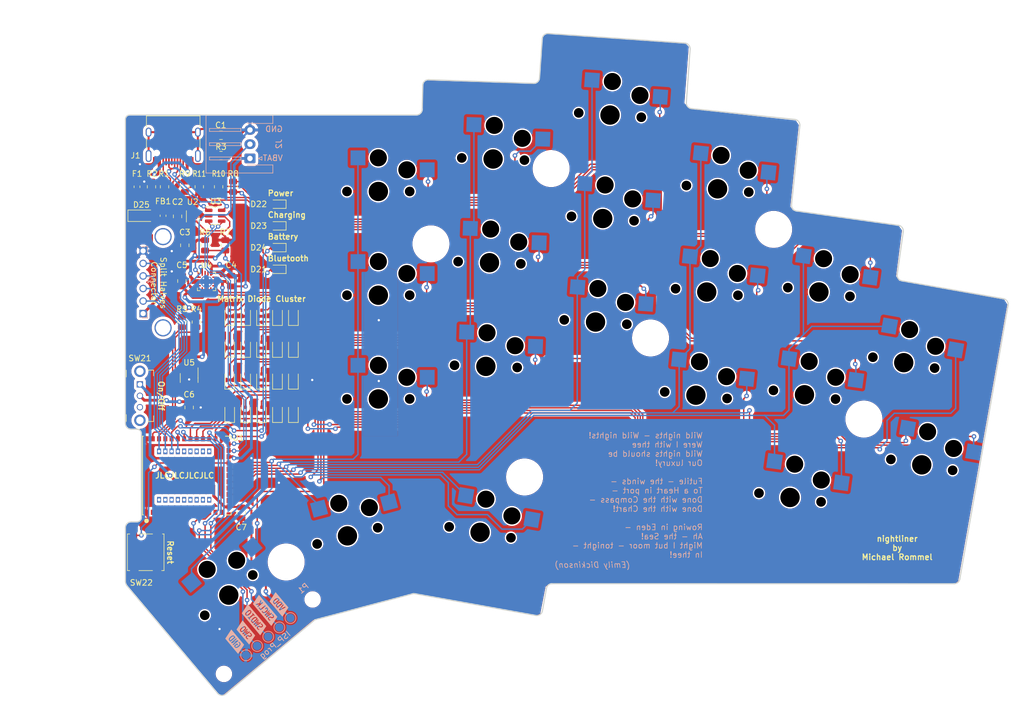
<source format=kicad_pcb>
(kicad_pcb (version 20221018) (generator pcbnew)
  (layers (0 "F.Cu" signal) (31 "B.Cu" signal) (34 "B.Paste" user) (35 "F.Paste" user) (36 "B.SilkS" user "B.Silkscreen") (37 "F.SilkS" user "F.Silkscreen") (38 "B.Mask" user) (39 "F.Mask" user) (44 "Edge.Cuts" user))
  (net 0 "")
  (net 1 "GNDS")
  (net 2 "GND")
  (net 3 "VBUS")
  (net 4 "/VBAT")
  (net 5 "VIN")
  (net 6 "Net-(SW21-B)")
  (net 7 "VDD")
  (net 8 "Net-(D1-A)")
  (net 9 "ROW0")
  (net 10 "Net-(D2-A)")
  (net 11 "Net-(D3-A)")
  (net 12 "Net-(D4-A)")
  (net 13 "Net-(D5-A)")
  (net 14 "Net-(D6-A)")
  (net 15 "ROW1")
  (net 16 "Net-(D7-A)")
  (net 17 "Net-(D8-A)")
  (net 18 "Net-(D9-A)")
  (net 19 "Net-(D10-A)")
  (net 20 "Net-(D11-A)")
  (net 21 "ROW2")
  (net 22 "Net-(D12-A)")
  (net 23 "ROW3")
  (net 24 "Net-(D13-A)")
  (net 25 "Net-(D14-A)")
  (net 26 "Net-(D15-A)")
  (net 27 "Net-(D16-A)")
  (net 28 "Net-(D17-A)")
  (net 29 "Net-(D18-A)")
  (net 30 "Net-(D19-A)")
  (net 31 "Net-(D20-A)")
  (net 32 "Net-(D21-K)")
  (net 33 "BT_LED")
  (net 34 "Net-(D22-K)")
  (net 35 "Net-(D22-A)")
  (net 36 "Net-(D23-K)")
  (net 37 "Net-(D23-A)")
  (net 38 "Net-(D24-K)")
  (net 39 "BAT_STAT")
  (net 40 "Net-(F1-Pad1)")
  (net 41 "Net-(F1-Pad2)")
  (net 42 "Net-(J1-CC1)")
  (net 43 "/DPlus")
  (net 44 "/DMinus")
  (net 46 "Net-(J1-CC2)")
  (net 48 "/BAT_TEMP")
  (net 49 "CHARGE_CTRL_1")
  (net 50 "Net-(U4-ISET)")
  (net 51 "CHARGE_CTRL_2")
  (net 52 "VSENSE")
  (net 53 "COL0")
  (net 54 "COL1")
  (net 55 "COL2")
  (net 56 "COL3")
  (net 57 "COL4")
  (net 58 "RESET")
  (net 59 "SWCLK")
  (net 60 "SWDIO")
  (net 61 "SWO")
  (net 67 "Net-(D25-A)")
  (net 68 "RX")
  (net 69 "TX")
  (net 70 "RTS")
  (net 76 "unconnected-(U1-P0.15-Pad28)")
  (net 84 "D+")
  (net 85 "D-")
  (net 98 "CTS")
  (footprint "Diode_SMD:D_SOD-323" (layer "F.Cu") (at 65.024 84.582 90)
    (fp_text reference "D11" hide)
    (fp_text value "D_Small")
  )
  (footprint "Resistor_SMD:R_0805_2012Metric" (layer "F.Cu") (at 49.53 60.96 -90)
    (fp_text reference "R6")
    (fp_text value "806k")
  )
  (footprint "Diode_SMD:D_SOD-323" (layer "F.Cu") (at 62.23 90.424 90)
    (fp_text reference "D17" hide)
    (fp_text value "D_Small")
  )
  (footprint "Resistor_SMD:R_0805_2012Metric" (layer "F.Cu") (at 54.44525 50.694 -90)
    (fp_text reference "R8")
    (fp_text value "1k")
  )
  (footprint "LED_SMD:LED_0603_1608Metric" (layer "F.Cu") (at 62.2555 61.362 180)
    (fp_text reference "D24")
    (fp_text value "BAT_STATUS")
  )
  (footprint "Connector_USB:USB_C_Receptacle_HRO_TYPE-C-31-M-12" (layer "F.Cu") (at 43.942 42.164 180)
    (fp_text reference "J1")
    (fp_text value "TYPE-C-31-M-12")
  )
  (footprint "miro_keyboard:Kailh_Choc_CPG135001D02_Hotswap" (layer "F.Cu") (at 154.677594 87.172522 -8)
    (fp_text reference "SW6" hide)
    (fp_text value "pinky_home")
  )
  (footprint "miro_keyboard:Kailh_Choc_CPG135001D02_Hotswap" (layer "F.Cu") (at 139.435935 51.051944 -6)
    (fp_text reference "SW2" hide)
    (fp_text value "ring_top")
  )
  (footprint "Diode_SMD:D_SOD-323" (layer "F.Cu") (at 53.848 84.582 90)
    (fp_text reference "D15" hide)
    (fp_text value "D_Small")
  )
  (footprint "Diode_SMD:D_SOD-323" (layer "F.Cu") (at 53.848 90.424 90)
    (fp_text reference "D20" hide)
    (fp_text value "D_Small")
  )
  (footprint "Diode_SMD:D_SOD-323" (layer "F.Cu") (at 65.024 90.424 90)
    (fp_text reference "D16" hide)
    (fp_text value "D_Small")
  )
  (footprint "Capacitor_SMD:C_0805_2012Metric" (layer "F.Cu") (at 54.102 67.2235 90)
    (fp_text reference "C4")
    (fp_text value "4.7uF")
  )
  (footprint "Capacitor_SMD:C_0805_2012Metric" (layer "F.Cu") (at 52.324 41.656 180)
    (fp_text reference "C1")
    (fp_text value "1nF")
  )
  (footprint "miro_keyboard:HOLYIOT-18010-UndersidePins-SMD" (layer "F.Cu") (at 44.958 101.346 90)
    (fp_text reference "U1")
    (fp_text value "holyiot-18010" hide)
  )
  (footprint "Diode_SMD:D_SOD-323" (layer "F.Cu") (at 53.848 73.406 90)
    (fp_text reference "D5" hide)
    (fp_text value "D_Small")
  )
  (footprint "miro_keyboard:Kailh_Choc_CPG135001D02_Hotswap" (layer "F.Cu") (at 120.564947 38.110669 -4)
    (fp_text reference "SW3" hide)
    (fp_text value "middle_top")
  )
  (footprint "Package_SON:WSON-6-1EP_2x2mm_P0.65mm_EP1x1.6mm" (layer "F.Cu") (at 47.356 55.88 -90)
    (fp_text reference "U2")
    (fp_text value "TVS2200DRV")
  )
  (footprint "miro_keyboard:SW_Push_1P1T_NO_CK_KSC4xxJ" (layer "F.Cu") (at 39.116 114.808 90)
    (fp_text reference "SW22")
    (fp_text value "RESET")
  )
  (footprint "miro_keyboard:Kailh_Choc_CPG135001D02_Hotswap" (layer "F.Cu") (at 172.091508 81.548688 -10)
    (fp_text reference "SW16" hide)
    (fp_text value "outer_top")
  )
  (footprint "Capacitor_SMD:C_0603_1608Metric" (layer "F.Cu") (at 42.164 55.774 -90)
    (fp_text reference "FB1")
    (fp_text value "Ferrite")
  )
  (footprint "Resistor_SMD:R_0805_2012Metric" (layer "F.Cu") (at 48.514 50.694 -90)
    (fp_text reference "R11")
    (fp_text value "1k")
  )
  (footprint "miro_keyboard:Kailh_Choc_CPG135001D02_Hotswap" (layer "F.Cu") (at 53.684964 122.326187 40)
    (fp_text reference "SW20" hide)
    (fp_text value "far_thumb")
  )
  (footprint "LED_SMD:LED_0603_1608Metric" (layer "F.Cu") (at 62.2555 65.172 180)
    (fp_text reference "D21")
    (fp_text value "BT_LED")
  )
  (footprint "Resistor_SMD:R_0805_2012Metric" (layer "F.Cu") (at 48.006 74.422 90)
    (fp_text reference "R4")
    (fp_text value "10k")
  )
  (footprint "miro_keyboard:Kailh_Choc_CPG135001D02_Hotswap" (layer "F.Cu") (at 79.92551 51.514119)
    (fp_text reference "SW5" hide)
    (fp_text value "inner_top")
  )
  (footprint "miro_keyboard:Kailh_Choc_CPG135001D02_Hotswap" (layer "F.Cu") (at 74.505477 111.926932 15)
    (fp_text reference "SW19" hide)
    (fp_text value "home_thumb")
  )
  (footprint "Resistor_SMD:R_0805_2012Metric" (layer "F.Cu") (at 51.90525 50.694 -90)
    (fp_text reference "R10")
    (fp_text value "1k")
  )
  (footprint "LED_SMD:LED_0603_1608Metric" (layer "F.Cu") (at 62.2555 57.552 180)
    (fp_text reference "D23")
    (fp_text value "CHARGE_LED")
  )
  (footprint "miro_keyboard:Kailh_Choc_CPG135001D02_Hotswap" (layer "F.Cu") (at 79.92551 69.714119)
    (fp_text reference "SW10" hide)
    (fp_text value "inner_home")
  )
  (footprint "Capacitor_SMD:C_0805_2012Metric" (layer "F.Cu") (at 45.466 67.2235 90)
    (fp_text reference "C5")
    (fp_text value "10uF")
  )
  (footprint "Diode_SMD:D_SOD-323" (layer "F.Cu") (at 59.436 90.424 90)
    (fp_text reference "D18" hide)
    (fp_text value "D_Small")
  )
  (footprint "miro_keyboard:Kailh_Choc_CPG135001D02_Hotswap" (layer "F.Cu") (at 135.631099 87.252541 -6)
    (fp_text reference "SW12" hide)
    (fp_text value "ring_bottom")
  )
  (footprint "Diode_SMD:D_SOD-323" (layer "F.Cu") (at 62.23 73.406 90)
    (fp_text reference "D2" hide)
    (fp_text value "D_Small")
  )
  (footprint "Diode_SMD:D_SOD-323" (layer "F.Cu") (at 62.23 78.994 90)
    (fp_text reference "D7" hide)
    (fp_text value "D_Small")
  )
  (footprint "Resistor_SMD:R_0805_2012Metric" (layer "F.Cu") (at 52.324 45.212 180)
    (fp_text reference "R3")
    (fp_text value "1M")
  )
  (footprint "Diode_SMD:D_SOD-123" (layer "F.Cu") (at 38.354 55.774)
    (fp_text reference "D25")
    (fp_text value "1N5819W")
  )
  (footprint "miro_keyboard:Kailh_Choc_CPG135001D02_Hotswap" (layer "F.Cu") (at 99.421629 64.009962 -2)
    (fp_text reference "SW9" hide)
    (fp_text value "index_home")
  )
  (footprint "Diode_SMD:D_SOD-323" (layer "F.Cu") (at 56.642 90.424 90)
    (fp_text reference "D19" hide)
    (fp_text value "D_Small")
  )
  (footprint "Diode_SMD:D_SOD-323" (layer "F.Cu") (at 65.024 78.994 90)
    (fp_text reference "D6" hide)
    (fp_text value "D_Small")
  )
  (footprint "Resistor_SMD:R_0805_2012Metric" (layer "F.Cu") (at 45.466 74.422 90)
    (fp_text reference "R5")
    (fp_text value "3.9k")
  )
  (footprint "miro_keyboard:Kailh_Choc_CPG135001D02_Hotswap" (layer "F.Cu") (at 157.210545 69.149643 -8)
    (fp_text reference "SW1" hide)
    (fp_text value "pinky_top")
  )
  (footprint "Resistor_SMD:R_0805_2012Metric" (layer "F.Cu") (at 53.086 60.96 90)
    (fp_text reference "R7")
    (fp_text value "2M")
  )
  (footprint "miro_keyboard:SW_ROCPU_SK-12D07-5_SPDT_Angled" (layer "F.Cu") (at 38.1 85.358 -90)
    (fp_text reference "SW21")
    (fp_text value "ON_OFF")
  )
  (footprint "Resistor_SMD:R_0805_2012Metric" (layer "F.Cu") (at 42.418 50.694 90)
    (fp_text reference "R1")
    (fp_text value "5.1k")
  )
  (footprint "miro_keyboard:Kailh_Choc_CPG135001D02_Hotswap" (layer "F.Cu") (at 79.92551 87.914119)
    (fp_text reference "SW15" hide)
    (fp_text value "inner_bottom")
  )
  (footprint "Package_TO_SOT_SMD:SOT-23-5" (layer "F.Cu") (at 46.736 84.234 -90)
    (fp_text reference "U5")
    (fp_text value "XC6220B331MR")
  )
  (footprint "Diode_SMD:D_SOD-323" (layer "F.Cu") (at 65.024 73.406 90)
    (fp_text reference "D1" hide)
    (fp_text value "D_Small")
  )
  (footprint "Resistor_SMD:R_0805_2012Metric" (layer "F.Cu") (at 45.974 50.694 90)
    (fp_text reference "R9")
    (fp_text value "1k")
  )
  (footprint "Diode_SMD:D_SOD-323" (layer "F.Cu") (at 59.436 73.406 90)
    (fp_text reference "D3" hide)
    (fp_text value "D_Small")
  )
  (footprint "miro_keyboard:StandOff_6mm_M3" (layer "F.Cu") (at 63.754 116.513958)
    (fp_text reference "H7" hide)
    (fp_text value "MountingHole_M3")
  )
  (footprint "Package_TO_SOT_SMD:SOT-23-6" (layer "F.Cu") (at 51.308 55.774)
    (fp_text reference "U3")
    (fp_text value "USBLC6-2SC6")
  )
  (footprint "miro_keyboard:Kailh_Choc_CPG135001D02_Hotswap" (layer "F.Cu") (at 119.29538 56.266334 -4)
    (fp_text reference "SW8" hide)
    (fp_text value "middle_home")
  )
  (footprint "miro_keyboard:Kailh_Choc_CPG135001D02_Hotswap" (layer "F.Cu") (at 152.144644 105.195401 -8)
    (fp_text reference "SW11" hide)
    (fp_text value "pinky_bottom")
  )
  (footprint "miro_keyboard:Kailh_Choc_CPG135001D02_Hotswap" (layer "F.Cu") (at 100.0568 45.821049 -2)
    (fp_text reference "SW4" hide)
    (fp_text value "index_top")
  )
  (footprint "Diode_SMD:D_SOD-323" (layer "F.Cu") (at 56.642 73.406 90)
    (fp_text reference "D4" hide)
    (fp_text value "D_Small")
  )
  (footprint "LED_SMD:LED_0603_1608Metric" (layer "F.Cu") (at 62.2555 53.742 180)
    (fp_text reference "D22")
    (fp_text value "PWR_GOOD_LED")
  )
  (footprint "Diode_SMD:D_SOD-323" (layer "F.Cu") (at 56.642 84.582 90)
    (fp_text reference "D14" hide)
    (fp_text value "D_Small")
  )
  (footprint "miro_keyboard:Kailh_Choc_CPG135001D02_Hotswap" (layer "F.Cu") (at 118.025812 74.422 -4)
    (fp_text reference "SW13" hide)
    (fp_text value "middle_bottom")
  )
  (footprint "miro_keyboard:Kailh_Choc_CPG135001D02_Hotswap" (layer "F.Cu") (at 175.251905 99.472189 -10)
    (fp_text reference "SW17" hide)
    (fp_text value "outer_home")
  )
  (footprint "miro_keyboard:Kailh_Choc_CPG135001D02_Hotswap" (layer "F.Cu") (at 137.533517 69.152242 -6)
    (fp_text reference "SW7" hide)
    (fp_text value "ring_home")
  )
  (footprint "Capacitor_SMD:C_0805_2012Metric" (layer "F.Cu") (at 55.88 107.884 -90)
    (fp_text reference "C7")
    (fp_text value "10uF")
  )
  (footprint "Capacitor_SMD:C_0805_2012Metric" (layer "F.Cu") (at 44.704 55.88 -90)
    (fp_text reference "C2")
    (fp_text value "1uF")
  )
  (footprint "miro_keyboard:Kailh_Choc_CPG135001D02_Hotswap" (layer "F.Cu") (at 98.786458 82.198875 -2)
    (fp_text reference "SW14" hide)
    (fp_text value "index_bottom")
  )
  (footprint "Capacitor_SMD:C_0805_2012Metric" (layer "F.Cu") (at 46.736 89.408 -90)
    (fp_text reference "C6")
    (fp_text value "10uF")
  )
  (footprint "Diode_SMD:D_SOD-323" (layer "F.Cu") (at 56.642 78.994 90)
    (fp_text reference "D9" hide)
    (fp_text value "D_Small")
  )
  (footprint "Diode_SMD:D_SOD-323" (layer "F.Cu") (at 59.436 78.994 90)
    (fp_text reference "D8" hide)
    (fp_text value "D_Small")
  )
  (footprint "Diode_SMD:D_SOD-323" (layer "F.Cu") (at 53.848 78.96 90)
    (fp_text reference "D10" hide)
    (fp_text value "D_Small")
  )
  (footprint "Diode_SMD:D_SOD-323" (layer "F.Cu") (at 59.436 84.582 90)
    (fp_text reference "D13" hide)
    (fp_text value "D_Small")
  )
  (footprint "Fuse:Fuse_0603_1608Metric" (layer "F.Cu") (at 37.592 50.694 -90)
    (fp_text reference "F1")
    (fp_text value "500mA")
  )
  (footprint "Capacitor_SMD:C_0805_2012Metric" (layer "F.Cu") (at 45.974 60.96 90)
    (fp_text reference "C3")
    (fp_text value "4.7uF")
  )
  (footprint "miro_keyboard:Kailh_Choc_CPG135001D02_Hotswap" (layer "F.Cu") (at 97.770185 111.301136 -10)
    (fp_text reference "SW18" hide)
    (fp_text value "near_thumb")
  )
  (footprint "Diode_SMD:D_SOD-323" (layer "F.Cu") (at 62.23 84.582 90)
    (fp_text reference "D12" hide)
    (fp_text value "D_Small")
  )
  (footprint "Resistor_SMD:R_0805_2012Metric" (layer "F.Cu") (at 40.132 50.694 90)
    (fp_text reference "R2")
    (fp_text value "5.1k")
  )
  (footprint "miro_keyboard:VQFN-16-1EP_3x3mm_P0.5mm_EP1.6x1.6mm_ThermalVias" (layer "F.Cu") (at 49.788 67.31)
    (fp_text reference "U4")
    (fp_text value "BQ24075RGT")
  )
  (footprint "Connector_JST:JST_XH_S3B-XH-A-1_1x03_P2.50mm_Horizontal" (layer "B.Cu") (at 57.404 45.72 90)
    (fp_text reference "J2")
    (fp_text value "Battery")
  )
  (footprint "miro_keyboard:StandOff_6mm_M3" (layer "B.Cu") (at 149.267812 58.166 180)
    (fp_text reference "H2" hide)
    (fp_text value "MountingHole_M3")
  )
  (footprint "miro_keyboard:ISP_Programming_Pads" (layer "B.Cu") (at 68.398023 123.082556 -140)
    (fp_text reference "P1")
    (fp_text value "ISP_Prog")
  )
  (footprint "miro_keyboard:StandOff_6mm_M3" (layer "B.Cu") (at 89.154 60.706 180)
    (fp_text reference "H5" hide)
    (fp_text value "MountingHole_M3")
  )
  (footprint "miro_keyboard:MagConn_6pin_right" (layer "B.Cu") (at 38.664 72.936 90)
    (fp_text reference "J3")
    (fp_text value "Serial")
  )
  (footprint "miro_keyboard:StandOff_6mm_M3" (layer "B.Cu") (at 127.677812 77.216 180)
    (fp_text reference "H3" hide)
    (fp_text value "MountingHole_M3")
  )
  (footprint "miro_keyboard:StandOff_6mm_M3" (layer "B.Cu") (at 105.579812 101.6 180)
    (fp_text reference "H6" hide)
    (fp_text value "MountingHole_M3")
  )
  (footprint "miro_keyboard:StandOff_6mm_M3" (layer "B.Cu") (at 110.236 47.498 180)
    (fp_text reference "H4" hide)
    (fp_text value "MountingHole_M3")
  )
  (footprint "miro_keyboard:StandOff_6mm_M3" (layer "B.Cu") (at 165.1 91.44 180)
    (fp_text reference "H1" hide)
    (fp_text value "Standoff_6mm_M3")
  )
  (gr_arc (start 133.684027 25.483717) (mid 134.369007 25.825212) (end 134.611834 26.551038) (stroke (width 0.2)) (layer "Edge.Cuts"))
  (gr_line (start 171.766488 67.194737) (end 189.578889 70.335544) (stroke (width 0.2)) (layer "Edge.Cuts"))
  (gr_line (start 133.957186 35.912942) (end 134.611834 26.551038) (stroke (width 0.2)) (layer "Edge.Cuts"))
  (gr_line (start 37.592 93.218) (end 36.576009 93.217999) (stroke (width 0.2)) (layer "Edge.Cuts"))
  (gr_line (start 88.755794 31.914295) (end 107.160909 32.557016) (stroke (width 0.2)) (layer "Edge.Cuts"))
  (gr_line (start 53.147449 139.678881) (end 68.794011 126.654179) (stroke (width 0.2)) (layer "Edge.Cuts"))
  (gr_line (start 170.949868 66.070756) (end 172.002525 58.58071) (stroke (width 0.2)) (layer "Edge.Cuts"))
  (gr_line (start 134.850222 36.977221) (end 152.974021 38.882109) (stroke (width 0.2)) (layer "Edge.Cuts"))
  (gr_arc (start 189.578889 70.335544) (mid 190.224392 70.746776) (end 190.390048 71.494) (stroke (width 0.2)) (layer "Edge.Cuts"))
  (gr_arc (start 35.56 110.489978) (mid 35.857587 109.771572) (end 36.576 109.473999) (stroke (width 0.2)) (layer "Edge.Cuts"))
  (gr_arc (start 108.193373 31.627381) (mid 107.864939 32.300796) (end 107.160909 32.557016) (stroke (width 0.2)) (layer "Edge.Cuts"))
  (gr_line (start 181.924596 119.503964) (end 190.390048 71.494) (stroke (width 0.2)) (layer "Edge.Cuts"))
  (gr_line (start 108.193373 31.627381) (end 108.675169 24.73737) (stroke (width 0.2)) (layer "Edge.Cuts"))
  (gr_arc (start 87.629377 37.083999) (mid 87.33198 37.80198) (end 86.614 38.099376) (stroke (width 0.2)) (layer "Edge.Cuts"))
  (gr_line (start 153.262494 54.937143) (end 171.15143 57.451269) (stroke (width 0.2)) (layer "Edge.Cuts"))
  (gr_line (start 68.794011 126.654179) (end 86.132865 122.040396) (stroke (width 0.2)) (layer "Edge.Cuts"))
  (gr_arc (start 153.262494 54.937143) (mid 152.613687 54.562526) (end 152.407145 53.842346) (stroke (width 0.2)) (layer "Edge.Cuts"))
  (gr_arc (start 108.675169 24.73737) (mid 109.016668 24.052413) (end 109.74249 23.809562) (stroke (width 0.2)) (layer "Edge.Cuts"))
  (gr_line (start 180.93943 120.330315) (end 110.357338 120.31767) (stroke (width 0.2)) (layer "Edge.Cuts"))
  (gr_line (start 108.706044 125.078796) (end 109.414077 121.133488) (stroke (width 0.2)) (layer "Edge.Cuts"))
  (gr_line (start 35.814 120.649999) (end 51.738617 139.555624) (stroke (width 0.2)) (layer "Edge.Cuts"))
  (gr_line (start 36.576 109.473999) (end 37.592008 109.473999) (stroke (width 0.2)) (layer "Edge.Cuts"))
  (gr_arc (start 53.147449 139.678881) (mid 52.417485 139.909112) (end 51.738617 139.555624) (stroke (width 0.2)) (layer "Edge.Cuts"))
  (gr_line (start 87.629377 37.083999) (end 87.721504 32.878786) (stroke (width 0.2)) (layer "Edge.Cuts"))
  (gr_arc (start 152.974021 38.882109) (mid 153.646609 39.247333) (end 153.864015 39.981159) (stroke (width 0.2)) (layer "Edge.Cuts"))
  (gr_line (start 109.74249 23.809562) (end 133.684027 25.483717) (stroke (width 0.2)) (layer "Edge.Cuts"))
  (gr_arc (start 171.766488 67.194737) (mid 171.131145 66.797701) (end 170.949868 66.070757) (stroke (width 0.2)) (layer "Edge.Cuts"))
  (gr_arc (start 171.15143 57.451269) (mid 171.810885 57.839734) (end 172.002525 58.58071) (stroke (width 0.2)) (layer "Edge.Cuts"))
  (gr_line (start 86.132865 122.040396) (end 107.547588 125.889956) (stroke (width 0.2)) (layer "Edge.Cuts"))
  (gr_line (start 152.407145 53.842346) (end 153.864015 39.981159) (stroke (width 0.2)) (layer "Edge.Cuts"))
  (gr_arc (start 38.354 108.711979) (mid 38.130826 109.250805) (end 37.592008 109.473999) (stroke (width 0.2)) (layer "Edge.Cuts"))
  (gr_arc (start 35.56 38.862) (mid 35.783189 38.323181) (end 36.322011 38.099999) (stroke (width 0.2)) (layer "Edge.Cuts"))
  (gr_line (start 38.354 108.711979) (end 38.353999 93.979999) (stroke (width 0.2)) (layer "Edge.Cuts"))
  (gr_arc (start 87.721504 32.878786) (mid 88.038901 32.182339) (end 88.755795 31.914295) (stroke (width 0.2)) (layer "Edge.Cuts"))
  (gr_line (start 36.322011 38.099999) (end 86.614 38.099998) (stroke (width 0.2)) (layer "Edge.Cuts"))
  (gr_arc (start 37.592 93.218) (mid 38.130815 93.441184) (end 38.353999 93.979999) (stroke (width 0.2)) (layer "Edge.Cuts"))
  (gr_line (start 35.56 92.201999) (end 35.56 38.862) (stroke (width 0.2)) (layer "Edge.Cuts"))
  (gr_arc (start 109.414077 121.133488) (mid 109.740675 120.557876) (end 110.357338 120.317671) (stroke (width 0.2)) (layer "Edge.Cuts"))
  (gr_arc (start 181.924647 119.503973) (mid 181.58244 120.096447) (end 180.93943 120.330315) (stroke (width 0.2)) (layer "Edge.Cuts"))
  (gr_arc (start 108.706044 125.078796) (mid 108.294803 125.724287) (end 107.547588 125.889956) (stroke (width 0.2)) (layer "Edge.Cuts"))
  (gr_arc (start 134.850222 36.977221) (mid 134.188759 36.62545) (end 133.957186 35.912942) (stroke (width 0.2)) (layer "Edge.Cuts"))
  (gr_arc (start 36.576009 93.217999) (mid 35.857583 92.920423) (end 35.56 92.201999) (stroke (width 0.2)) (layer "Edge.Cuts"))
  (gr_arc (start 35.814 120.649999) (mid 35.625172 120.289608) (end 35.56 119.887999) (stroke (width 0.2)) (layer "Edge.Cuts"))
  (gr_line (start 35.56 119.887999) (end 35.56 110.489978) (stroke (width 0.2)) (layer "Edge.Cuts"))
  (gr_text "GND" (at 63.246 41.148) (layer "B.SilkS") (effects (font (size 1 1)) (justify left bottom mirror)))
  (gr_text "(Emily Dickinson)" (at 124.206 117.602) (layer "B.SilkS") (effects (font (size 1 1) (thickness 0.12) italic) (justify left bottom mirror)))
  (gr_text "Wild nights - Wild nights!\nWere I with thee\nWild nights should be\nOur luxury!\n\nFutile - the winds -\nTo a Heart in port -\nDone with the Compass -\nDone with the Chart!\n\nRowing in Eden -\nAh - the Sea!\nMight I but moor - tonight -\nIn thee!" (at 136.906 115.824) (layer "B.SilkS") (effects (font (size 1 1) (thickness 0.125)) (justify left bottom mirror)))
  (gr_text "VBAT" (at 63.246 46.228) (layer "B.SilkS") (effects (font (size 1 1)) (justify left bottom mirror)))
  (gr_text "On/Off" (at 42.418 87.376 -90) (layer "F.SilkS") (effects (font (size 1 1) (thickness 0.2) bold) (justify top)))
  (gr_text "Reset" (at 43.434 114.808 270) (layer "F.SilkS") (effects (font (size 1 1) (thickness 0.2) bold)))
  (gr_text "nightliner\nby\nMichael Rommel" (at 170.942 114.046) (layer "F.SilkS") (effects (font (size 1 1) (thickness 0.2) bold)))
  (gr_text "Matrix Diode Cluster" (at 59.436 70.358) (layer "F.SilkS") (effects (font (size 1 1) (thickness 0.2) bold)))
  (gr_text "Split Halves\nConnector" (at 41.402 67.564 -90) (layer "F.SilkS") (effects (font (size 1 1))))
  (gr_text "JLCJLCJLCJLC" (at 45.946 101.346) (layer "F.SilkS") (effects (font (size 1 1) (thickness 0.2) bold)))
  (gr_text "Power" (at 60.42835 51.816) (layer "F.SilkS") (effects (font (size 1 1) (thickness 0.2) bold) (justify left)))
  (gr_text "Bluetooth" (at 60.42835 63.246) (layer "F.SilkS") (effects (font (size 1 1) (thickness 0.2) bold) (justify left)))
  (gr_text "Charging" (at 60.42835 55.626) (layer "F.SilkS") (effects (font (size 1 1) (thickness 0.2) bold) (justify left)))
  (gr_text "Battery" (at 60.42835 59.436) (layer "F.SilkS") (effects (font (size 1 1) (thickness 0.2) bold) (justify left)))
  (segment (start 48.262 41.114) (end 48.262 45.294) (width 0.35) (layer "F.Cu") (net 1))
  (segment (start 52.9735 40.556) (end 53.274 40.8565) (width 0.35) (layer "F.Cu") (net 1))
  (segment (start 53.274 45.1745) (end 53.2365 45.212) (width 0.35) (layer "F.Cu") (net 1))
  (segment (start 48.262 41.114) (end 48.82 40.556) (width 0.35) (layer "F.Cu") (net 1))
  (segment (start 39.622 45.294) (end 39.622 41.114) (width 0.35) (layer "F.Cu") (net 1))
  (segment (start 48.82 40.556) (end 52.9735 40.556) (width 0.35) (layer "F.Cu") (net 1))
  (segment (start 39.622 41.114) (end 48.262 41.114) (width 0.35) (layer "F.Cu") (net 1))
  (segment (start 53.274 40.8565) (end 53.274 45.1745) (width 0.35) (layer "F.Cu") (net 1))
  (segment (start 45.974 59.436) (end 46.482 58.928) (width 0.35) (layer "F.Cu") (net 2))
  (segment (start 39.258 95.588742) (end 39.681258 96.012) (width 0.35) (layer "F.Cu") (net 2))
  (segment (start 51.832629 96.012) (end 52.453258 95.391371) (width 0.35) (layer "F.Cu") (net 2))
  (segment (start 45.073559 49.7815) (end 44.468 50.387059) (width 0.5) (layer "F.Cu") (net 2))
  (segment (start 38.8645 49.7815) (end 38.862 49.784) (width 0.35) (layer "F.Cu") (net 2))
  (segment (start 48.006 54.9925) (end 47.356 54.9925) (width 0.35) (layer "F.Cu") (net 2))
  (segment (start 40.165 46.736) (end 38.1 46.736) (width 0.35) (layer "F.Cu") (net 2))
  (segment (start 41.111258 117.275958) (end 41.111258 109.581958) (width 0.35) (layer "F.Cu") (net 2))
  (segment (start 52.07 128.27) (end 48.26 128.27) (width 0.35) (layer "F.Cu") (net 2))
  (segment (start 40.2413 108.712) (end 39.624 108.712) (width 0.35) (layer "F.Cu") (net 2))
  (segment (start 45.974 49.7815) (end 45.073559 49.7815) (width 0.5) (layer "F.Cu") (net 2))
  (segment (start 47.244 68.4125) (end 47.498 68.4125) (width 0.35) (layer "F.Cu") (net 2))
  (segment (start 44.4295 66.2735) (end 43.688 65.532) (width 0.5) (layer "F.Cu") (net 2))
  (segment (start 44.45 52.324) (end 44.704 52.578) (width 0.5) (layer "F.Cu") (net 2))
  (segment (start 48.3505 68.06) (end 47.8505 68.06) (width 0.25) (layer "F.Cu") (net 2))
  (segment (start 44.704 52.578) (end 44.704 54.93) (width 0.5) (layer "F.Cu") (net 2))
  (segment (start 46.706 54.9925) (end 44.7665 54.9925) (width 0.35) (layer "F.Cu") (net 2))
  (segment (start 47.752 69.3615) (end 48.7485 69.3615) (width 0.25) (layer "F.Cu") (net 2))
  (segment (start 39.624 108.712) (end 39.253258 108.341258) (width 0.35) (layer "F.Cu") (net 2))
  (segment (start 50.6665 46.719) (end 47.702 46.719) (width 0.35) (layer "F.Cu") (net 2))
  (segment (start 47.498 68.4125) (end 47.752 68.6665) (width 0.25) (layer "F.Cu") (net 2))
  (segment (start 46.482 58.928) (end 52.578 58.928) (width 0.35) (layer "F.Cu") (net 2))
  (segment (start 43.688 61.468) (end 45.146 60.01) (width 0.5) (layer "F.Cu") (net 2))
  (segment (start 53.086 60.0475) (end 54.161 61.1225) (width 0.35) (layer "F.Cu") (net 2))
  (segment (start 55.372 41.91) (end 55.372 45.974) (width 0.35) (layer "F.Cu") (net 2))
  (segment (start 43.688 61.976) (end 43.688 61.468) (width 0.5) (layer "F.Cu") (net 2))
  (segment (start 44.468 50.387059) (end 44.468 51.341173) (width 0.5) (layer "F.Cu") (net 2))
  (segment (start 44.468 51.341173) (end 44.45 51.359173) (width 0.5) (layer "F.Cu") (net 2))
  (segment (start 57.404 40.72) (end 56.562 40.72) (width 0.35) (layer "F.Cu") (net 2))
  (segment (start 44.7665 54.9925) (end 44.704 54.93) (width 0.35) (layer "F.Cu") (net 2))
  (segment (start 39.253258 108.341258) (end 39.253258 107.723958) (width 0.35) (layer "F.Cu") (net 2))
  (segment (start 41.111258 109.581958) (end 40.2413 108.712) (width 0.35) (layer "F.Cu") (net 2))
  (segment (start 56.562 40.72) (end 55.372 41.91) (width 0.35) (layer "F.Cu") (net 2))
  (segment (start 47.5425 52.578) (end 44.704 52.578) (width 0.5) (layer "F.Cu") (net 2))
  (segment (start 54.161 61.1225) (end 54.161 65.874) (width 0.35) (layer "F.Cu") (net 2))
  (segment (start 48.006 54.9925) (end 48.6425 54.9925) (width 0.35) (layer "F.Cu") (net 2))
  (segment (start 54.161 66.2145) (end 54.102 66.2735) (width 0.35) (layer "F.Cu") (net 2))
  (segment (start 54.627 46.719) (end 50.6665 46.719) (width 0.35) (layer "F.Cu") (net 2))
  (segment (start 48.326 90.358) (end 46.736 90.358) (width 0.5) (layer "F.Cu") (net 2))
  (segment (start 40.132 49.7815) (end 38.8645 49.7815) (width 0.35) (layer "F.Cu") (net 2))
  (segment (start 51.374 41.656) (end 51.374 46.0115) (width 0.35) (layer "F.Cu") (net 2))
  (segment (start 51.374 46.0115) (end 50.6665 46.719) (width 0.35) (layer "F.Cu") (net 2))
  (segment (start 55.372 45.974) (end 54.627 46.719) (width 0.35) (layer "F.Cu") (net 2))
  (segment (start 47.8505 68.06) (end 47.498 68.4125) (width 0.25) (layer "F.Cu") (net 2))
  (segment (start 46.566 67.2265) (end 46.566 67.7345) (width 0.35) (layer "F.Cu") (net 2))
  (segment (start 47.752 68.6665) (end 47.752 69.3615) (width 0.25) (layer "F.Cu") (net 2))
  (segment (start 49.424 55.774) (end 50.1705 55.774) (width 0.35) (layer "F.Cu") (net 2))
  (segment (start 49.038 69.072) (end 49.038 68.7475) (width 0.25) (layer "F.Cu") (net 2))
  (segment (start 40.132 49.7815) (end 42.418 49.7815) (width 0.35) (layer "F.Cu") (net 2))
  (segment (start 52.578 58.928) (end 53.086 59.436) (width 0.35) (layer "F.Cu") (net 2))
  (segment (start 41.116 121.126) (end 41.116 117.708) (width 0.35) (layer "F.Cu") (net 2))
  (segment (start 48.768 89.408) (end 48.768 89.916) (width 0.5) (layer "F.Cu") (net 2))
  (segment (start 39.681258 96.012) (end 51.832629 96.012) (width 0.35) (layer "F.Cu") (net 2))
  (segment (start 44.45 51.359173) (end 44.45 52.324) (width 0.5) (layer "F.Cu") (net 2))
  (segment (start 48.768 89.916) (end 48.326 90.358) (width 0.5) (layer "F.Cu") (net 2))
  (segment (start 47.356 54.9925) (end 46.706 54.9925) (width 0.35) (layer "F.Cu") (net 2))
  (segment (start 45.974 60.01) (end 45.974 59.436) (width 0.35) (layer "F.Cu") (net 2))
  (segment (start 53.086 59.436) (end 53.086 60.0475) (width 0.35) (layer "F.Cu") (net 2))
  (segment (start 39.253258 96.44) (end 39.681258 96.012) (width 0.35) (layer "F.Cu") (net 2))
  (segment (start 45.466 66.2735) (end 45.613 66.2735) (width 0.35) (layer "F.Cu") (net 2))
  (segment (start 52.453258 95.391371) (end 52.453258 94.910042) (width 0.35) (layer "F.Cu") (net 2))
  (segment (start 39.258 94.896) (end 39.258 95.588742) (width 0.35) (layer "F.Cu") (net 2))
  (segment (start 48.26 128.27) (end 41.116 121.126) (width 0.35) (layer "F.Cu") (net 2))
  (segment (start 39.253258 107.360042) (end 39.253258 96.44) (width 0.35) (layer "F.Cu") (net 2))
  (segment (start 47.702 46.719) (end 47.192 46.209) (width 0.35) (layer "F.Cu") (net 2))
  (segment (start 40.692 46.209) (end 40.165 46.736) (width 0.35) (layer "F.Cu") (net 2))
  (segment (start 48.514 51.6065) (end 47.5425 52.578) (width 0.5) (layer "F.Cu") (net 2))
  (segment (start 48.7485 69.3615) (end 49.038 69.072) (width 0.25) (layer "F.Cu") (net 2))
  (segment (start 45.613 66.2735) (end 46.566 67.2265) (width 0.35) (layer "F.Cu") (net 2))
  (segment (start 46.566 67.7345) (end 47.244 68.4125) (width 0.35) (layer "F.Cu") (net 2))
  (segment (start 48.6425 54.9925) (end 49.424 55.774) (width 0.35) (layer "F.Cu") (net 2))
  (segment (start 45.466 66.2735) (end 44.4295 66.2735) (width 0.5) (layer "F.Cu") (net 2))
  (segment (start 46.736 83.0965) (end 46.736 84.488) (width 0.5) (layer "F.Cu") (net 2))
  (segment (start 45.146 60.01) (end 45.974 60.01) (width 0.5) (layer "F.Cu") (net 2))
  (via (at 62.484 102.616) (size 0.8) (drill 0.4) (layers "F.Cu" "B.Cu") (net 2))
  (via (at 57.658 98.298) (size 0.8) (drill 0.4) (layers "F.Cu" "B.Cu") (net 2))
  (via (at 80.005258 74.095958) (size 0.8) (drill 0.4) (layers "F.Cu" "B.Cu") (net 2))
  (via (at 46.736 84.488) (size 0.8) (drill 0.4) (layers "F.Cu" "B.Cu") (net 2))
  (via (at 43.688 65.532) (size 0.8) (drill 0.4) (layers "F.Cu" "B.Cu") (net 2))
  (via (at 68.326 84.582) (size 0.8) (drill 0.4) (layers "F.Cu" "B.Cu") (net 2))
  (via (at 43.688 61.976) (size 0.8) (drill 0.4) (layers "F.Cu" "B.Cu") (net 2))
  (via (at 80.005258 84.763958) (size 0.8) (drill 0.4) (layers "F.Cu" "B.Cu") (net 2))
  (via (at 52.07 128.27) (size 0.8) (drill 0.4) (layers "F.Cu" "B.Cu") (net 2))
  (via (at 38.1 46.736) (size 0.8) (drill 0.4) (layers "F.Cu" "B.Cu") (net 2))
  (via (at 38.862 49.784) (size 0.8) (drill 0.4) (layers "F.Cu" "B.Cu") (net 2))
  (via (at 48.768 89.408) (size 0.8) (drill 0.4) (layers "F.Cu" "B.Cu") (net 2))
  (segment (start 45.72 81.026) (end 45.72 83.566) (width 0.5) (layer "B.Cu") (net 2))
  (segment (start 47.498 79.248) (end 45.72 81.026) (width 0.5) (layer "B.Cu") (net 2))
  (segment (start 46.642 84.488) (end 46.736 84.488) (width 0.5) (layer "B.Cu") (net 2))
  (segment (start 38.1 47.50233) (end 38.862 48.26433) (width 0.35) (layer "B.Cu") (net 2))
  (segment (start 43.688 65.532) (end 43.688 70.812036) (width 0.5) (layer "B.Cu") (net 2))
  (segment (start 38.862 48.26433) (end 44.20033 42.926) (width 0.35) (layer "B.Cu") (net 2))
  (segment (start 38.1 46.736) (end 38.1 47.50233) (width 0.35) (layer "B.Cu") (net 2))
  (segment (start 47.498 74.622036) (end 47.498 79.248) (width 0.5) (layer "B.Cu") (net 2))
  (segment (start 48.768 86.52) (end 48.768 89.408) (width 0.5) (layer "B.Cu") (net 2))
  (segment (start 38.862 49.784) (end 38.862 48.26433) (width 0.35) (layer "B.Cu") (net 2))
  (segment (start 43.688 65.532) (end 43.688 61.976) (width 0.5) (layer "B.Cu") (net 2))
  (segment (start 43.688 61.976) (end 43.648 61.936) (width 0.5) (layer "B.Cu") (net 2))
  (segment (start 52.07 128.27) (end 52.119913 128.27) (width 0.35) (layer "B.Cu") (net 2))
  (segment (start 44.20033 42.926) (end 55.198 42.926) (width 0.35) (layer "B.Cu") (net 2))
  (segment (start 55.198 42.926) (end 57.404 40.72) (width 0.35) (layer "B.Cu") (net 2))
  (segment (start 43.648 61.936) (end 38.664 61.936) (width 0.5) (layer "B.Cu") (net 2))
  (segment (start 43.688 70.812036) (end 47.498 74.622036) (width 0.5) (layer "B.Cu") (net 2))
  (segment (start 52.119913 128.27) (end 56.72625 132.876337) (width 0.35) (layer "B.Cu") (net 2))
  (segment (start 45.72 83.566) (end 46.642 84.488) (width 0.5) (layer "B.Cu") (net 2))
  (segment (start 46.736 84.488) (end 48.768 86.52) (width 0.5) (layer "B.Cu") (net 2))
  (segment (start 41.91 69.69) (end 38.664 72.936) (width 0.5) (layer "F.Cu") (net 3))
  (segment (start 36.704 55.774) (end 40.132 59.202) (width 0.5) (layer "F.Cu") (net 3))
  (segment (start 50.706958 64.6025) (end 52.07 64.6025) (width 0.5) (layer "F.Cu") (net 3))
  (segment (start 50.626479 64.682979) (end 50.626479 65.351841) (width 0.5) (layer "F.Cu") (net 3))
  (segment (start 50.626479 65.251666) (end 50.626479 66.005666) (width 0.5) (layer "F.Cu") (net 3))
  (segment (start 54.358 98.046) (end 53.658 98.046) (width 0.5) (layer "F.Cu") (net 3))
  (segment (start 50.626479 64.682979) (end 50.706958 64.6025) (width 0.5) (layer "F.Cu") (net 3))
  (segment (start 40.132 59.202) (end 40.132 61.976) (width 0.5) (layer "F.Cu") (net 3))
  (segment (start 40.132 61.976) (end 41.91 63.754) (width 0.5) (layer "F.Cu") (net 3))
  (segment (start 50.038 63.754) (end 50.626479 64.342479) (width 0.5) (layer "F.Cu") (net 3))
  (segment (start 54.61 98.298) (end 54.358 98.046) (width 0.5) (layer "F.Cu") (net 3))
  (segment (start 41.91 63.754) (end 50.038 63.754) (width 0.5) (layer "F.Cu") (net 3))
  (segment (start 41.91 69.69) (end 41.91 63.754) (width 0.5) (layer "F.Cu") (net 3))
  (via (at 52.07 64.262) (size 0.8) (drill 0.4) (layers "F.Cu" "B.Cu") (net 3))
  (via (at 54.61 98.298) (size 0.8) (drill 0.4) (layers "F.Cu" "B.Cu") (net 3))
  (segment (start 54.864 84.836) (end 57.658 87.63) (width 0.5) (layer "B.Cu") (net 3))
  (segment (start 54.864 66.294) (end 54.864 84.836) (width 0.5) (layer "B.Cu") (net 3))
  (segment (start 57.658 96.52) (end 55.88 98.298) (width 0.5) (layer "B.Cu") (net 3))
  (segment (start 55.88 98.298) (end 54.61 98.298) (width 0.5) (layer "B.Cu") (net 3))
  (segment (start 57.658 87.63) (end 57.658 96.52) (width 0.5) (layer "B.Cu") (net 3))
  (segment (start 52.07 64.6025) (end 52.832 64.6025) (width 0.5) (layer "B.Cu") (net 3))
  (segment (start 52.832 64.6025) (end 54.864 66.6345) (width 0.5) (layer "B.Cu") (net 3))
  (segment (start 48.1565 60.0475) (end 49.53 60.0475) (width 0.5) (layer "F.Cu") (net 4))
  (segment (start 51.054 62.992) (end 48.006 62.992) (width 0.5) (layer "F.Cu") (net 4))
  (segment (start 48.331043 67.156577) (end 47.636859 67.156577) (width 0.5) (layer "F.Cu") (net 4))
  (segment (start 48.355192 67.476138) (end 47.323638 67.476138) (width 0.5) (layer "F.Cu") (net 4))
  (segment (start 46.99 66.509718) (end 47.244 66.763718) (width 0.5) (layer "F.Cu") (net 4))
  (segment (start 47.752 62.738) (end 47.752 61.468) (width 0.5) (layer "F.Cu") (net 4))
  (segment (start 45.974 61.91) (end 47.31 61.91) (width 0.5) (layer "F.Cu") (net 4))
  (segment (start 48.006 62.992) (end 47.752 62.738) (width 0.5) (layer "F.Cu") (net 4))
  (segment (start 47.323638 67.476138) (end 47.244 67.3965) (width 0.5) (layer "F.Cu") (net 4))
  (segment (start 47.752 61.468) (end 47.752 60.452) (width 0.5) (layer "F.Cu") (net 4))
  (segment (start 47.244 67.3965) (end 47.244 66.763718) (width 0.5) (layer "F.Cu") (net 4))
  (segment (start 47.636859 67.156577) (end 47.244 66.763718) (width 0.5) (layer "F.Cu") (net 4))
  (segment (start 47.31 61.91) (end 47.752 61.468) (width 0.5) (layer "F.Cu") (net 4))
  (segment (start 47.752 60.452) (end 48.1565 60.0475) (width 0.5) (layer "F.Cu") (net 4))
  (segment (start 51.308 63.246) (end 51.054 62.992) (width 0.5) (layer "F.Cu") (net 4))
  (segment (start 46.99 65.8725) (end 46.99 66.509718) (width 0.5) (layer "F.Cu") (net 4))
  (via (at 47.752 62.738) (size 0.8) (drill 0.4) (layers "F.Cu" "B.Cu") (net 4))
  (via (at 46.99 65.8725) (size 0.8) (drill 0.4) (layers "F.Cu" "B.Cu") (net 4))
  (via (at 51.308 63.246) (size 0.8) (drill 0.4) (layers "F.Cu" "B.Cu") (net 4))
  (segment (start 55.798586 45.72) (end 54.64 46.878586) (width 0.5) (layer "B.Cu") (net 4))
  (segment (start 46.99 65.532) (end 46.99 63.5) (width 0.5) (layer "B.Cu") (net 4))
  (segment (start 54.64 59.914) (end 51.308 63.246) (width 0.5) (layer "B.Cu") (net 4))
  (segment (start 54.64 46.878586) (end 54.64 59.914) (width 0.5) (layer "B.Cu") (net 4))
  (segment (start 57.404 45.72) (end 55.798586 45.72) (width 0.5) (layer "B.Cu") (net 4))
  (segment (start 46.99 63.5) (end 47.752 62.738) (width 0.5) (layer "B.Cu") (net 4))
  (segment (start 51.821038 67.46321) (end 51.815955 67.468293) (width 0.5) (layer "F.Cu") (net 5))
  (segment (start 51.230538 67.148055) (end 51.821038 67.148055) (width 0.5) (layer "F.Cu") (net 5))
  (segment (start 46.736 81.186) (end 45.786 82.136) (width 0.5) (layer "F.Cu") (net 5))
  (segment (start 45.786 82.136) (end 45.786 83.0965) (width 0.5) (layer "F.Cu") (net 5))
  (segment (start 51.90525 51.6065) (end 54.44525 51.6065) (width 0.35) (layer "F.Cu") (net 5))
  (segment (start 51.225455 67.468293) (end 51.815955 67.468293) (width 0.5) (layer "F.Cu") (net 5))
  (segment (start 54.117 68.1585) (end 54.102 68.1735) (width 0.35) (layer "F.Cu") (net 5))
  (segment (start 45.978299 69.678201) (end 45.978299 70.099701) (width 0.5) (layer "F.Cu") (net 5))
  (segment (start 51.988782 67.295466) (end 51.821038 67.46321) (width 0.5) (layer "F.Cu") (net 5))
  (segment (start 46.4745 69.182) (end 45.466 68.1735) (width 0.5) (layer "F.Cu") (net 5))
  (segment (start 46.4745 69.182) (end 45.978299 69.678201) (width 0.5) (layer "F.Cu") (net 5))
  (segment (start 55.75975 51.6065) (end 54.44525 51.6065) (width 0.35) (layer "F.Cu") (net 5))
  (segment (start 49.538 69.619606) (end 49.053606 70.104) (width 0.5) (layer "F.Cu") (net 5))
  (segment (start 53.223966 67.295466) (end 52.578 67.295466) (width 0.5) (layer "F.Cu") (net 5))
  (segment (start 51.821038 67.148055) (end 51.821038 67.46321) (width 0.5) (layer "F.Cu") (net 5))
  (segment (start 55.96925 51.816) (end 55.75975 51.6065) (width 0.35) (layer "F.Cu") (net 5))
  (segment (start 56.642 68.1585) (end 54.117 68.1585) (width 0.35) (layer "F.Cu") (net 5))
  (segment (start 52.578 67.295466) (end 51.988782 67.295466) (width 0.5) (layer "F.Cu") (net 5))
  (segment (start 54.102 68.1735) (end 53.223966 67.295466) (width 0.5) (layer "F.Cu") (net 5))
  (segment (start 49.538 68.7475) (end 49.538 69.619606) (width 0.35) (layer "F.Cu") (net 5))
  (segment (start 47.3965 70.104) (end 46.4745 69.182) (width 0.5) (layer "F.Cu") (net 5))
  (segment (start 49.053606 70.104) (end 47.3965 70.104) (width 0.5) (layer "F.Cu") (net 5))
  (segment (start 47.404 80.518) (end 49.022 80.518) (width 0.5) (layer "F.Cu") (net 5))
  (segment (start 52.578 68.4125) (end 52.578 67.295466) (width 0.5) (layer "F.Cu") (net 5))
  (segment (start 46.736 81.186) (end 47.404 80.518) (width 0.5) (layer "F.Cu") (net 5))
  (segment (start 47.686 82.136) (end 46.736 81.186) (width 0.5) (layer "F.Cu") (net 5))
  (segment (start 47.686 83.0965) (end 47.686 82.136) (width 0.5) (layer "F.Cu") (net 5))
  (via (at 45.978299 70.099701) (size 0.8) (drill 0.4) (layers "F.Cu" "B.Cu") (net 5))
  (via (at 52.578 68.4125) (size 0.8) (drill 0.4) (layers "F.Cu" "B.Cu") (net 5))
  (via (at 55.96925 51.816) (size 0.8) (drill 0.4) (layers "F.Cu" "B.Cu") (net 5))
  (via (at 56.642 68.1585) (size 0.8) (drill 0.4) (layers "F.Cu" "B.Cu") (net 5))
  (via (at 49.022 80.518) (size 0.8) (drill 0.4) (layers "F.Cu" "B.Cu") (net 5))
  (segment (start 51.6485 70.866) (end 49.4435 70.866) (width 0.5) (layer "B.Cu") (net 5))
  (segment (start 45.978299 70.099701) (end 46.744598 70.866) (width 0.5) (layer "B.Cu") (net 5))
  (segment (start 49.276 80.264) (end 49.276 70.866) (width 0.5) (layer "B.Cu") (net 5))
  (segment (start 52.578 68.4125) (end 52.578 69.9365) (width 0.5) (layer "B.Cu") (net 5))
  (segment (start 56.642 52.48875) (end 55.96925 51.816) (width 0.35) (layer "B.Cu") (net 5))
  (segment (start 52.578 69.9365) (end 51.6485 70.866) (width 0.5) (layer "B.Cu") (net 5))
  (segment (start 46.744598 70.866) (end 49.4435 70.866) (width 0.5) (layer "B.Cu") (net 5))
  (segment (start 49.276 70.866) (end 49.4435 70.866) (width 0.5) (layer "B.Cu") (net 5))
  (segment (start 56.642 67.818) (end 56.642 52.48875) (width 0.35) (layer "B.Cu") (net 5))
  (segment (start 49.022 80.518) (end 49.276 80.264) (width 0.5) (layer "B.Cu") (net 5))
  (segment (start 46.736 87.856) (end 46.736 88.458) (width 0.5) (layer "F.Cu") (net 6))
  (segment (start 45.021 88.392) (end 46.67 88.392) (width 0.5) (layer "F.Cu") (net 6))
  (segment (start 47.686 85.3715) (end 47.686 86.906) (width 0.5) (layer "F.Cu") (net 6))
  (segment (start 42.7725 88.138) (end 38.88 88.138) (width 0.5) (layer "F.Cu") (net 6))
  (segment (start 38.88 88.138) (end 38.1 87.358) (width 0.5) (layer "F.Cu") (net 6))
  (segment (start 46.67 88.392) (end 46.736 88.458) (width 0.5) (layer "F.Cu") (net 6))
  (segment (start 47.686 86.906) (end 46.736 87.856) (width 0.5) (layer "F.Cu") (net 6))
  (via (at 45.021 88.392) (size 0.8) (drill 0.4) (layers "F.Cu" "B.Cu") (net 6))
  (via (at 42.7725 88.138) (size 0.8) (drill 0.4) (layers "F.Cu" "B.Cu") (net 6))
  (segment (start 45.021 88.392) (end 42.7725 88.392) (width 0.5) (layer "B.Cu") (net 6))
  (segment (start 45.1635 103.124) (end 51.054 103.124) (width 0.5) (layer "F.Cu") (net 7))
  (segment (start 51.054 104.942) (end 52.958 106.846) (width 0.5) (layer "F.Cu") (net 7))
  (segment (start 55.792 106.846) (end 55.88 106.934) (width 0.35) (layer "F.Cu") (net 7))
  (segment (start 57.658 107.442) (end 57.15 106.934) (width 0.35) (layer "F.Cu") (net 7))
  (segment (start 53.658 106.846) (end 55.792 106.846) (width 0.35) (layer "F.Cu") (net 7))
  (segment (start 52.958 106.846) (end 53.658 106.846) (width 0.5) (layer "F.Cu") (net 7))
  (segment (start 57.658 116.285762) (end 57.658 107.442) (width 0.35) (layer "F.Cu") (net 7))
  (segment (start 60.198 121.666) (end 60.198 118.825762) (width 0.35) (layer "F.Cu") (net 7))
  (segment (start 57.15 106.934) (end 55.88 106.934) (width 0.35) (layer "F.Cu") (net 7))
  (segment (start 51.054 103.124) (end 51.054 104.942) (width 0.5) (layer "F.Cu") (net 7))
  (segment (start 43.40975 101.37025) (end 45.1635 103.124) (width 0.5) (layer "F.Cu") (net 7))
  (segment (start 60.198 118.825762) (end 57.658 116.285762) (width 0.35) (layer "F.Cu") (net 7))
  (via (at 43.40975 101.37025) (size 0.8) (drill 0.4) (layers "F.Cu" "B.Cu") (net 7))
  (via (at 60.198 121.666) (size 0.8) (drill 0.4) (layers "F.Cu" "B.Cu") (net 7))
  (segment (start 43.40975 101.37025) (end 43.40975 101.32175) (width 0.5) (layer "B.Cu") (net 7))
  (segment (start 60.198 122.0394) (end 64.506517 126.347917) (width 0.35) (layer "B.Cu") (net 7))
  (segment (start 39.878 87.136) (end 38.1 85.358) (width 0.5) (layer "B.Cu") (net 7))
  (segment (start 43.40975 101.32175) (end 39.878 97.79) (width 0.5) (layer "B.Cu") (net 7))
  (segment (start 60.198 121.666) (end 60.198 122.0394) (width 0.35) (layer "B.Cu") (net 7))
  (segment (start 39.878 97.79) (end 39.878 87.136) (width 0.5) (layer "B.Cu") (net 7))
  (segment (start 128.81422 47.694) (end 117.534396 47.694) (width 0.25) (layer "F.Cu") (net 8))
  (segment (start 111.314438 53.913958) (end 90.363626 53.913958) (width 0.25) (layer "F.Cu") (net 8))
  (segment (start 154.178 60.198) (end 151.892 62.484) (width 0.25) (layer "F.Cu") (net 8))
  (segment (start 86.089584 58.188) (end 74.8368 58.188) (width 0.25) (layer "F.Cu") (net 8))
  (segment (start 70.48506 69.14374) (end 67.344842 72.283958) (width 0.25) (layer "F.Cu") (net 8))
  (segment (start 67.344842 72.283958) (end 65.019258 72.283958) (width 0.25) (layer "F.Cu") (net 8))
  (segment (start 164.338 60.198) (end 154.178 60.198) (width 0.25) (layer "F.Cu") (net 8))
  (segment (start 117.534396 47.694) (end 111.314438 53.913958) (width 0.25) (layer "F.Cu") (net 8))
  (segment (start 133.163604 59.378) (end 130.302 56.516396) (width 0.25) (layer "F.Cu") (net 8))
  (segment (start 142.563 59.378) (end 133.163604 59.378) (width 0.25) (layer "F.Cu") (net 8))
  (segment (start 166.230951 62.090951) (end 164.338 60.198) (width 0.25) (layer "F.Cu") (net 8))
  (segment (start 130.302 49.18178) (end 128.81422 47.694) (width 0.25) (layer "F.Cu") (net 8))
  (segment (start 130.302 56.516396) (end 130.302 49.18178) (width 0.25) (layer "F.Cu") (net 8))
  (segment (start 74.8368 58.188) (end 70.48506 62.53974) (width 0.25) (layer "F.Cu") (net 8))
  (segment (start 151.892 62.484) (end 145.669 62.484) (width 0.25) (layer "F.Cu") (net 8))
  (segment (start 70.48506 62.53974) (end 70.48506 69.14374) (width 0.25) (layer "F.Cu") (net 8))
  (segment (start 166.230951 64.008) (end 166.230951 62.090951) (width 0.25) (layer "F.Cu") (net 8))
  (segment (start 145.669 62.484) (end 142.563 59.378) (width 0.25) (layer "F.Cu") (net 8))
  (segment (start 90.363626 53.913958) (end 86.089584 58.188) (width 0.25) (layer "F.Cu") (net 8))
  (via (at 166.230951 64.008) (size 0.8) (drill 0.4) (layers "F.Cu" "B.Cu") (net 8))
  (segment (start 166.230951 64.008) (end 166.230951 66.580034) (width 0.25) (layer "B.Cu") (net 8))
  (segment (start 50.466424 92.202) (end 52.05906 90.609364) (width 0.25) (layer "F.Cu") (net 9))
  (segment (start 52.05906 76.168156) (end 53.843258 74.383958) (width 0.25) (layer "F.Cu") (net 9))
  (segment (start 46.958 92.996) (end 47.752 92.202) (width 0.25) (layer "F.Cu") (net 9))
  (segment (start 52.05906 90.609364) (end 52.05906 76.168156) (width 0.25) (layer "F.Cu") (net 9))
  (segment (start 46.958 94.896) (end 46.958 92.996) (width 0.25) (layer "F.Cu") (net 9))
  (segment (start 47.752 92.202) (end 50.466424 92.202) (width 0.25) (layer "F.Cu") (net 9))
  (segment (start 53.843258 74.383958) (end 65.019258 74.383958) (width 0.25) (layer "F.Cu") (net 9))
  (segment (start 148.082 53.34) (end 142.494 58.928) (width 0.25) (layer "F.Cu") (net 10))
  (segment (start 85.903188 57.738) (end 74.650404 57.738) (width 0.25) (layer "F.Cu") (net 10))
  (segment (start 111.128042 53.463958) (end 90.17723 53.463958) (width 0.25) (layer "F.Cu") (net 10))
  (segment (start 130.752 56.33) (end 130.752 48.995384) (width 0.25) (layer "F.Cu") (net 10))
  (segment (start 70.03506 62.353344) (end 70.03506 68.957344) (width 0.25) (layer "F.Cu") (net 10))
  (segment (start 133.35 58.928) (end 130.752 56.33) (width 0.25) (layer "F.Cu") (net 10))
  (segment (start 142.494 58.928) (end 133.35 58.928) (width 0.25) (layer "F.Cu") (net 10))
  (segment (start 67.436446 71.555958) (end 62.953258 71.555958) (width 0.25) (layer "F.Cu") (net 10))
  (segment (start 70.03506 68.957344) (end 67.436446 71.555958) (width 0.25) (layer "F.Cu") (net 10))
  (segment (start 74.650404 57.738) (end 70.03506 62.353344) (width 0.25) (layer "F.Cu") (net 10))
  (segment (start 117.348 47.244) (end 111.128042 53.463958) (width 0.25) (layer "F.Cu") (net 10))
  (segment (start 90.17723 53.463958) (end 85.903188 57.738) (width 0.25) (layer "F.Cu") (net 10))
  (segment (start 62.953258 71.555958) (end 62.225258 72.283958) (width 0.25) (layer "F.Cu") (net 10))
  (segment (start 130.752 48.995384) (end 129.000616 47.244) (width 0.25) (layer "F.Cu") (net 10))
  (segment (start 148.082 51.054) (end 148.082 53.34) (width 0.25) (layer "F.Cu") (net 10))
  (segment (start 129.000616 47.244) (end 117.348 47.244) (width 0.25) (layer "F.Cu") (net 10))
  (via (at 148.082 51.054) (size 0.8) (drill 0.4) (layers "F.Cu" "B.Cu") (net 10))
  (segment (start 148.082 51.054) (end 148.082 48.44826) (width 0.25) (layer "B.Cu") (net 10))
  (segment (start 148.082 48.44826) (end 148.361168 48.169092) (width 0.25) (layer "B.Cu") (net 10))
  (segment (start 110.816042 53.013958) (end 117.094 46.736) (width 0.25) (layer "F.Cu") (net 11))
  (segment (start 69.58506 68.770948) (end 69.58506 62.166948) (width 0.25) (layer "F.Cu") (net 11))
  (segment (start 117.094 46.736) (end 128.27 46.736) (width 0.25) (layer "F.Cu") (net 11))
  (segment (start 59.431258 72.283958) (end 60.481258 72.283958) (width 0.25) (layer "F.Cu") (net 11))
  (segment (start 89.990834 53.013958) (end 110.816042 53.013958) (width 0.25) (layer "F.Cu") (net 11))
  (segment (start 60.481258 72.283958) (end 61.717258 71.047958) (width 0.25) (layer "F.Cu") (net 11))
  (segment (start 69.58506 62.166948) (end 74.464008 57.288) (width 0.25) (layer "F.Cu") (net 11))
  (segment (start 85.716792 57.288) (end 89.990834 53.013958) (width 0.25) (layer "F.Cu") (net 11))
  (segment (start 61.717258 71.047958) (end 67.30805 71.047958) (width 0.25) (layer "F.Cu") (net 11))
  (segment (start 74.464008 57.288) (end 85.716792 57.288) (width 0.25) (layer "F.Cu") (net 11))
  (segment (start 128.27 46.736) (end 129.286 45.72) (width 0.25) (layer "F.Cu") (net 11))
  (segment (start 129.286 45.72) (end 129.286 37.592) (width 0.25) (layer "F.Cu") (net 11))
  (segment (start 67.30805 71.047958) (end 69.58506 68.770948) (width 0.25) (layer "F.Cu") (net 11))
  (via (at 129.286 37.592) (size 0.8) (drill 0.4) (layers "F.Cu" "B.Cu") (net 11))
  (segment (start 129.286 37.592) (end 129.384133 37.493867) (width 0.25) (layer "B.Cu") (net 11))
  (segment (start 129.384133 37.493867) (end 129.384133 34.918087) (width 0.25) (layer "B.Cu") (net 11))
  (segment (start 59.881258 70.597958) (end 58.195258 72.283958) (width 0.25) (layer "F.Cu") (net 12))
  (segment (start 58.195258 72.283958) (end 56.637258 72.283958) (width 0.25) (layer "F.Cu") (net 12))
  (segment (start 74.277612 56.838) (end 69.13506 61.980552) (width 0.25) (layer "F.Cu") (net 12))
  (segment (start 103.886 52.324) (end 103.646042 52.563958) (width 0.25) (layer "F.Cu") (net 12))
  (segment (start 103.646042 52.563958) (end 89.804438 52.563958) (width 0.25) (layer "F.Cu") (net 12))
  (segment (start 69.13506 61.980552) (end 69.13506 68.584552) (width 0.25) (layer "F.Cu") (net 12))
  (segment (start 69.13506 68.584552) (end 67.121654 70.597958) (width 0.25) (layer "F.Cu") (net 12))
  (segment (start 67.121654 70.597958) (end 59.881258 70.597958) (width 0.25) (layer "F.Cu") (net 12))
  (segment (start 103.886 45.212) (end 103.886 52.324) (width 0.25) (layer "F.Cu") (net 12))
  (segment (start 89.804438 52.563958) (end 85.530396 56.838) (width 0.25) (layer "F.Cu") (net 12))
  (segment (start 85.530396 56.838) (end 74.277612 56.838) (width 0.25) (layer "F.Cu") (net 12))
  (via (at 103.886 45.212) (size 0.8) (drill 0.4) (layers "F.Cu" "B.Cu") (net 12))
  (segment (start 103.886 45.212) (end 104.648 44.45) (width 0.25) (layer "B.Cu") (net 12))
  (segment (start 104.648 44.45) (end 106.631821 44.45) (width 0.25) (layer "B.Cu") (net 12))
  (segment (start 106.631821 44.45) (end 108.759194 42.322627) (width 0.25) (layer "B.Cu") (net 12))
  (segment (start 85.344 56.388) (end 88.646 53.086) (width 0.25) (layer "F.Cu") (net 13))
  (segment (start 57.537258 70.147958) (end 66.935258 70.147958) (width 0.25) (layer "F.Cu") (net 13))
  (segment (start 55.401258 72.283958) (end 57.537258 70.147958) (width 0.25) (layer "F.Cu") (net 13))
  (segment (start 66.935258 70.147958) (end 68.68506 68.398156) (width 0.25) (layer "F.Cu") (net 13))
  (segment (start 88.646 53.086) (end 88.646 49.784) (width 0.25) (layer "F.Cu") (net 13))
  (segment (start 68.68506 68.398156) (end 68.68506 61.794156) (width 0.25) (layer "F.Cu") (net 13))
  (segment (start 68.68506 61.794156) (end 74.091216 56.388) (width 0.25) (layer "F.Cu") (net 13))
  (segment (start 53.843258 72.283958) (end 55.401258 72.283958) (width 0.25) (layer "F.Cu") (net 13))
  (segment (start 74.091216 56.388) (end 85.344 56.388) (width 0.25) (layer "F.Cu") (net 13))
  (via (at 88.646 49.784) (size 0.8) (drill 0.4) (layers "F.Cu" "B.Cu") (net 13))
  (segment (start 88.646 49.784) (end 88.646 47.774817) (width 0.25) (layer "B.Cu") (net 13))
  (segment (start 129.286 67.371096) (end 126.808862 64.893958) (width 0.25) (layer "F.Cu") (net 14))
  (segment (start 85.390446 78.493958) (end 73.60407 78.493958) (width 0.25) (layer "F.Cu") (net 14))
  (segment (start 163.576 81.788) (end 163.576 80.264) (width 0.25) (layer "F.Cu") (net 14))
  (segment (start 163.576 80.264) (end 161.036 77.724) (width 0.25) (layer "F.Cu") (net 14))
  (segment (start 126.808862 64.893958) (end 111.05405 64.893958) (width 0.25) (layer "F.Cu") (net 14))
  (segment (start 65.273258 77.143958) (end 65.019258 77.397958) (width 0.25) (layer "F.Cu") (net 14))
  (segment (start 103.37605 72.571958) (end 91.312446 72.571958) (width 0.25) (layer "F.Cu") (net 14))
  (segment (start 73.60407 78.493958) (end 72.25407 77.143958) (width 0.25) (layer "F.Cu") (net 14))
  (segment (start 161.036 77.724) (end 134.6873 77.724) (width 0.25) (layer "F.Cu") (net 14))
  (segment (start 129.286 72.3227) (end 129.286 67.371096) (width 0.25) (layer "F.Cu") (net 14))
  (segment (start 111.05405 64.893958) (end 103.37605 72.571958) (width 0.25) (layer "F.Cu") (net 14))
  (segment (start 91.312446 72.571958) (end 85.390446 78.493958) (width 0.25) (layer "F.Cu") (net 14))
  (segment (start 72.25407 77.143958) (end 65.273258 77.143958) (width 0.25) (layer "F.Cu") (net 14))
  (segment (start 134.6873 77.724) (end 129.286 72.3227) (width 0.25) (layer "F.Cu") (net 14))
  (segment (start 65.019258 77.397958) (end 65.019258 77.871958) (width 0.25) (layer "F.Cu") (net 14))
  (via (at 163.576 81.788) (size 0.8) (drill 0.4) (layers "F.Cu" "B.Cu") (net 14))
  (segment (start 163.576 81.788) (end 163.698 81.91) (width 0.25) (layer "B.Cu") (net 14))
  (segment (start 163.698 81.91) (end 163.698 84.602913) (width 0.25) (layer "B.Cu") (net 14))
  (segment (start 50.65282 92.652) (end 48.826 92.652) (width 0.25) (layer "F.Cu") (net 15))
  (segment (start 52.50906 81.306156) (end 52.50906 90.79576) (width 0.25) (layer "F.Cu") (net 15))
  (segment (start 53.843258 79.971958) (end 52.50906 81.306156) (width 0.25) (layer "F.Cu") (net 15))
  (segment (start 52.50906 90.79576) (end 50.65282 92.652) (width 0.25) (layer "F.Cu") (net 15))
  (segment (start 48.826 92.652) (end 48.058 93.42) (width 0.25) (layer "F.Cu") (net 15))
  (segment (start 48.058 93.42) (end 48.058 94.896) (width 0.25) (layer "F.Cu") (net 15))
  (segment (start 65.019258 79.971958) (end 53.843258 79.971958) (width 0.25) (layer "F.Cu") (net 15))
  (segment (start 126.995258 64.443958) (end 110.867654 64.443958) (width 0.25) (layer "F.Cu") (net 16))
  (segment (start 73.790466 78.043958) (end 72.383862 76.637354) (width 0.25) (layer "F.Cu") (net 16))
  (segment (start 145.23 77.274) (end 134.873696 77.274) (width 0.25) (layer "F.Cu") (net 16))
  (segment (start 129.794 67.2427) (end 126.995258 64.443958) (width 0.25) (layer "F.Cu") (net 16))
  (segment (start 85.20405 78.043958) (end 73.790466 78.043958) (width 0.25) (layer "F.Cu") (net 16))
  (segment (start 110.867654 64.443958) (end 103.247654 72.063958) (width 0.25) (layer "F.Cu") (net 16))
  (segment (start 62.731862 76.637354) (end 62.225258 77.143958) (width 0.25) (layer "F.Cu") (net 16))
  (segment (start 129.794 72.194304) (end 129.794 67.2427) (width 0.25) (layer "F.Cu") (net 16))
  (segment (start 146.304 76.2) (end 145.23 77.274) (width 0.25) (layer "F.Cu") (net 16))
  (segment (start 134.873696 77.274) (end 129.794 72.194304) (width 0.25) (layer "F.Cu") (net 16))
  (segment (start 62.225258 77.143958) (end 62.225258 77.871958) (width 0.25) (layer "F.Cu") (net 16))
  (segment (start 146.558 68.834) (end 146.304 69.088) (width 0.25) (layer "F.Cu") (net 16))
  (segment (start 91.18405 72.063958) (end 85.20405 78.043958) (width 0.25) (layer "F.Cu") (net 16))
  (segment (start 146.304 69.088) (end 146.304 76.2) (width 0.25) (layer "F.Cu") (net 16))
  (segment (start 72.383862 76.637354) (end 62.731862 76.637354) (width 0.25) (layer "F.Cu") (net 16))
  (segment (start 103.247654 72.063958) (end 91.18405 72.063958) (width 0.25) (layer "F.Cu") (net 16))
  (via (at 146.558 68.834) (size 0.8) (drill 0.4) (layers "F.Cu" "B.Cu") (net 16))
  (segment (start 146.558 68.834) (end 146.45875 68.73475) (width 0.25) (layer "B.Cu") (net 16))
  (segment (start 146.45875 68.73475) (end 146.45875 66.26939) (width 0.25) (layer "B.Cu") (net 16))
  (segment (start 73.976862 77.593958) (end 85.017654 77.593958) (width 0.25) (layer "F.Cu") (net 17))
  (segment (start 103.119258 71.555958) (end 110.681258 63.993958) (width 0.25) (layer "F.Cu") (net 17))
  (segment (start 59.431258 77.871958) (end 59.431258 76.889958) (width 0.25) (layer "F.Cu") (net 17))
  (segment (start 127.254 56.388) (end 127.762 55.88) (width 0.25) (layer "F.Cu") (net 17))
  (segment (start 59.431258 76.889958) (end 60.133862 76.187354) (width 0.25) (layer "F.Cu") (net 17))
  (segment (start 85.017654 77.593958) (end 91.055654 71.555958) (width 0.25) (layer "F.Cu") (net 17))
  (segment (start 72.570258 76.187354) (end 73.976862 77.593958) (width 0.25) (layer "F.Cu") (net 17))
  (segment (start 127.254 62.484) (end 127.254 56.388) (width 0.25) (layer "F.Cu") (net 17))
  (segment (start 110.681258 63.993958) (end 125.744042 63.993958) (width 0.25) (layer "F.Cu") (net 17))
  (segment (start 60.133862 76.187354) (end 72.570258 76.187354) (width 0.25) (layer "F.Cu") (net 17))
  (segment (start 91.055654 71.555958) (end 103.119258 71.555958) (width 0.25) (layer "F.Cu") (net 17))
  (segment (start 125.744042 63.993958) (end 127.254 62.484) (width 0.25) (layer "F.Cu") (net 17))
  (via (at 127.762 55.88) (size 0.8) (drill 0.4) (layers "F.Cu" "B.Cu") (net 17))
  (segment (start 127.762 55.88) (end 128.114566 55.527434) (width 0.25) (layer "B.Cu") (net 17))
  (segment (start 128.114566 55.527434) (end 128.114566 53.073752) (width 0.25) (layer "B.Cu") (net 17))
  (segment (start 74.163258 77.143958) (end 72.756654 75.737354) (width 0.25) (layer "F.Cu") (net 18))
  (segment (start 107.95 66.04) (end 102.884042 71.105958) (width 0.25) (layer "F.Cu") (net 18))
  (segment (start 57.281862 75.737354) (end 56.637258 76.381958) (width 0.25) (layer "F.Cu") (net 18))
  (segment (start 107.95 62.992) (end 107.95 66.04) (width 0.25) (layer "F.Cu") (net 18))
  (segment (start 72.756654 75.737354) (end 57.281862 75.737354) (width 0.25) (layer "F.Cu") (net 18))
  (segment (start 102.884042 71.105958) (end 90.869258 71.105958) (width 0.25) (layer "F.Cu") (net 18))
  (segment (start 84.831258 77.143958) (end 74.163258 77.143958) (width 0.25) (layer "F.Cu") (net 18))
  (segment (start 56.637258 76.381958) (end 56.637258 77.871958) (width 0.25) (layer "F.Cu") (net 18))
  (segment (start 90.869258 71.105958) (end 84.831258 77.143958) (width 0.25) (layer "F.Cu") (net 18))
  (via (at 107.95 62.992) (size 0.8) (drill 0.4) (layers "F.Cu" "B.Cu") (net 18))
  (segment (start 108.124023 60.51154) (end 108.124023 62.817977) (width 0.25) (layer "B.Cu") (net 18))
  (segment (start 108.124023 62.817977) (end 107.95 62.992) (width 0.25) (layer "B.Cu") (net 18))
  (segment (start 88.392 68.326) (end 88.392 72.898) (width 0.25) (layer "F.Cu") (net 19))
  (segment (start 54.832254 75.287354) (end 53.843258 76.27635) (width 0.25) (layer "F.Cu") (net 19))
  (segment (start 74.349654 76.693958) (end 72.94305 75.287354) (width 0.25) (layer "F.Cu") (net 19))
  (segment (start 72.94305 75.287354) (end 54.832254 75.287354) (width 0.25) (layer "F.Cu") (net 19))
  (segment (start 88.392 72.898) (end 84.596042 76.693958) (width 0.25) (layer "F.Cu") (net 19))
  (segment (start 53.843258 76.27635) (end 53.843258 77.871958) (width 0.25) (layer "F.Cu") (net 19))
  (segment (start 84.596042 76.693958) (end 74.349654 76.693958) (width 0.25) (layer "F.Cu") (net 19))
  (via (at 88.392 68.326) (size 0.8) (drill 0.4) (layers "F.Cu" "B.Cu") (net 19))
  (segment (start 88.50051 68.21749) (end 88.50051 65.914119) (width 0.25) (layer "B.Cu") (net 19))
  (segment (start 88.392 68.326) (end 88.50051 68.21749) (width 0.25) (layer "B.Cu") (net 19))
  (segment (start 65.019258 82.985958) (end 65.273258 82.731958) (width 0.25) (layer "F.Cu") (net 20))
  (segment (start 65.273258 82.731958) (end 69.958764 82.731958) (width 0.25) (layer "F.Cu") (net 20))
  (segment (start 71.374 90.678) (end 72.651958 91.955958) (width 0.25) (layer "F.Cu") (net 20))
  (segment (start 88.438446 91.955958) (end 90.920446 89.473958) (width 0.25) (layer "F.Cu") (net 20))
  (segment (start 65.019258 83.459958) (end 65.019258 82.985958) (width 0.25) (layer "F.Cu") (net 20))
  (segment (start 127.8293 94.488) (end 160.2365 94.488) (width 0.25) (layer "F.Cu") (net 20))
  (segment (start 90.920446 89.473958) (end 124.52875 89.473958) (width 0.25) (layer "F.Cu") (net 20))
  (segment (start 125.868 90.813208) (end 125.868 92.5267) (width 0.25) (layer "F.Cu") (net 20))
  (segment (start 69.958764 82.731958) (end 71.374 84.147194) (width 0.25) (layer "F.Cu") (net 20))
  (segment (start 72.651958 91.955958) (end 88.438446 91.955958) (width 0.25) (layer "F.Cu") (net 20))
  (segment (start 125.868 92.5267) (end 127.8293 94.488) (width 0.25) (layer "F.Cu") (net 20))
  (segment (start 124.52875 89.473958) (end 125.868 90.813208) (width 0.25) (layer "F.Cu") (net 20))
  (segment (start 160.2365 94.488) (end 161.036 95.2875) (width 0.25) (layer "F.Cu") (net 20))
  (segment (start 71.374 84.147194) (end 71.374 90.678) (width 0.25) (layer "F.Cu") (net 20))
  (via (at 161.036 95.2875) (size 0.8) (drill 0.4) (layers "F.Cu" "B.Cu") (net 20))
  (segment (start 161.036 95.2875) (end 161.16505 95.41655) (width 0.25) (layer "B.Cu") (net 20))
  (segment (start 161.16505 95.41655) (end 161.16505 102.625792) (width 0.25) (layer "B.Cu") (net 20))
  (segment (start 49.646 93.102) (end 49.158 93.59) (width 0.25) (layer "F.Cu") (net 21))
  (segment (start 53.843258 85.559958) (end 53.081258 86.321958) (width 0.25) (layer "F.Cu") (net 21))
  (segment (start 53.081258 86.321958) (end 53.081258 90.859958) (width 0.25) (layer "F.Cu") (net 21))
  (segment (start 53.081258 90.859958) (end 50.839216 93.102) (width 0.25) (layer "F.Cu") (net 21))
  (segment (start 50.839216 93.102) (end 49.646 93.102) (width 0.25) (layer "F.Cu") (net 21))
  (segment (start 49.158 93.59) (end 49.158 94.896) (width 0.25) (layer "F.Cu") (net 21))
  (segment (start 65.019258 85.559958) (end 53.843258 85.559958) (width 0.25) (layer "F.Cu") (net 21))
  (segment (start 143.198 94.038) (end 144.018 93.218) (width 0.25) (layer "F.Cu") (net 22))
  (segment (start 62.675258 82.281958) (end 70.14516 82.281958) (width 0.25) (layer "F.Cu") (net 22))
  (segment (start 126.318 92.340304) (end 128.015696 94.038) (width 0.25) (layer "F.Cu") (net 22))
  (segment (start 72.838354 91.505958) (end 88.25205 91.505958) (width 0.25) (layer "F.Cu") (net 22))
  (segment (start 62.225258 83.459958) (end 62.225258 82.731958) (width 0.25) (layer "F.Cu") (net 22))
  (segment (start 144.018 93.218) (end 144.018 87.884) (width 0.25) (layer "F.Cu") (net 22))
  (segment (start 70.14516 82.281958) (end 71.824 83.960798) (width 0.25) (layer "F.Cu") (net 22))
  (segment (start 144.018 87.884) (end 144.526 87.376) (width 0.25) (layer "F.Cu") (net 22))
  (segment (start 62.225258 82.731958) (end 62.675258 82.281958) (width 0.25) (layer "F.Cu") (net 22))
  (segment (start 88.25205 91.505958) (end 90.73405 89.023958) (width 0.25) (layer "F.Cu") (net 22))
  (segment (start 71.824 90.491604) (end 72.838354 91.505958) (width 0.25) (layer "F.Cu") (net 22))
  (segment (start 124.715146 89.023958) (end 126.318 90.626812) (width 0.25) (layer "F.Cu") (net 22))
  (segment (start 90.73405 89.023958) (end 124.715146 89.023958) (width 0.25) (layer "F.Cu") (net 22))
  (segment (start 128.015696 94.038) (end 143.198 94.038) (width 0.25) (layer "F.Cu") (net 22))
  (segment (start 71.824 83.960798) (end 71.824 90.491604) (width 0.25) (layer "F.Cu") (net 22))
  (segment (start 126.318 90.626812) (end 126.318 92.340304) (width 0.25) (layer "F.Cu") (net 22))
  (via (at 144.526 87.376) (size 0.8) (drill 0.4) (layers "F.Cu" "B.Cu") (net 22))
  (segment (start 144.526 87.376) (end 144.556332 87.345668) (width 0.25) (layer "B.Cu") (net 22))
  (segment (start 144.556332 87.345668) (end 144.556332 84.369689) (width 0.25) (layer "B.Cu") (net 22))
  (segment (start 53.809258 91.367958) (end 53.335258 91.367958) (width 0.25) (layer "F.Cu") (net 23))
  (segment (start 53.335258 91.367958) (end 51.358 93.345216) (width 0.25) (layer "F.Cu") (net 23))
  (segment (start 65.019258 91.367958) (end 53.877258 91.367958) (width 0.25) (layer "F.Cu") (net 23))
  (segment (start 51.358 93.345216) (end 51.358 94.896) (width 0.25) (layer "F.Cu") (net 23))
  (segment (start 53.843258 91.401958) (end 53.809258 91.367958) (width 0.25) (layer "F.Cu") (net 23))
  (segment (start 53.877258 91.367958) (end 53.843258 91.401958) (width 0.25) (layer "F.Cu") (net 23))
  (segment (start 73.02475 91.055958) (end 72.274 90.305208) (width 0.25) (layer "F.Cu") (net 24))
  (segment (start 60.077258 81.831958) (end 59.431258 82.477958) (width 0.25) (layer "F.Cu") (net 24))
  (segment (start 120.65 79.502) (end 119.336042 80.815958) (width 0.25) (layer "F.Cu") (net 24))
  (segment (start 125.984 68.072) (end 122.174 68.072) (width 0.25) (layer "F.Cu") (net 24))
  (segment (start 109.430042 80.815958) (end 107.892 82.354) (width 0.25) (layer "F.Cu") (net 24))
  (segment (start 107.892 86.595216) (end 105.913258 88.573958) (width 0.25) (layer "F.Cu") (net 24))
  (segment (start 72.274 90.305208) (end 72.274 83.774402) (width 0.25) (layer "F.Cu") (net 24))
  (segment (start 105.913258 88.573958) (end 90.547654 88.573958) (width 0.25) (layer "F.Cu") (net 24))
  (segment (start 88.065654 91.055958) (end 73.02475 91.055958) (width 0.25) (layer "F.Cu") (net 24))
  (segment (start 126.492 68.58) (end 125.984 68.072) (width 0.25) (layer "F.Cu") (net 24))
  (segment (start 122.174 68.072) (end 120.65 69.596) (width 0.25) (layer "F.Cu") (net 24))
  (segment (start 72.274 83.774402) (end 70.331556 81.831958) (width 0.25) (layer "F.Cu") (net 24))
  (segment (start 107.892 82.354) (end 107.892 86.595216) (width 0.25) (layer "F.Cu") (net 24))
  (segment (start 90.547654 88.573958) (end 88.065654 91.055958) (width 0.25) (layer "F.Cu") (net 24))
  (segment (start 119.336042 80.815958) (end 109.430042 80.815958) (width 0.25) (layer "F.Cu") (net 24))
  (segment (start 70.331556 81.831958) (end 60.077258 81.831958) (width 0.25) (layer "F.Cu") (net 24))
  (segment (start 59.431258 82.477958) (end 59.431258 83.459958) (width 0.25) (layer "F.Cu") (net 24))
  (segment (start 120.65 69.596) (end 120.65 79.502) (width 0.25) (layer "F.Cu") (net 24))
  (via (at 126.492 68.58) (size 0.8) (drill 0.4) (layers "F.Cu" "B.Cu") (net 24))
  (segment (start 126.844998 68.932998) (end 126.844998 71.229418) (width 0.25) (layer "B.Cu") (net 24))
  (segment (start 126.492 68.58) (end 126.844998 68.932998) (width 0.25) (layer "B.Cu") (net 24))
  (segment (start 70.644258 81.461958) (end 70.644258 81.508263) (width 0.25) (layer "F.Cu") (net 25))
  (segment (start 87.879258 90.605958) (end 90.361258 88.123958) (width 0.25) (layer "F.Cu") (net 25))
  (segment (start 70.564258 81.381958) (end 70.644258 81.461958) (width 0.25) (layer "F.Cu") (net 25))
  (segment (start 73.211146 90.605958) (end 87.879258 90.605958) (width 0.25) (layer "F.Cu") (net 25))
  (segment (start 90.361258 88.123958) (end 105.726862 88.123958) (width 0.25) (layer "F.Cu") (net 25))
  (segment (start 56.637258 83.459958) (end 56.637258 81.969958) (width 0.25) (layer "F.Cu") (net 25))
  (segment (start 105.726862 88.123958) (end 107.442 86.40882) (width 0.25) (layer "F.Cu") (net 25))
  (segment (start 72.724 83.588006) (end 72.724 90.118812) (width 0.25) (layer "F.Cu") (net 25))
  (segment (start 107.442 86.40882) (end 107.442 81.026) (width 0.25) (layer "F.Cu") (net 25))
  (segment (start 57.225258 81.381958) (end 70.564258 81.381958) (width 0.25) (layer "F.Cu") (net 25))
  (segment (start 72.724 90.118812) (end 73.211146 90.605958) (width 0.25) (layer "F.Cu") (net 25))
  (segment (start 70.644258 81.508263) (end 72.724 83.588006) (width 0.25) (layer "F.Cu") (net 25))
  (segment (start 56.637258 81.969958) (end 57.225258 81.381958) (width 0.25) (layer "F.Cu") (net 25))
  (via (at 107.442 81.026) (size 0.8) (drill 0.4) (layers "F.Cu" "B.Cu") (net 25))
  (segment (start 107.488852 80.979148) (end 107.442 81.026) (width 0.25) (layer "B.Cu") (net 25))
  (segment (start 107.488852 78.700453) (end 107.488852 80.979148) (width 0.25) (layer "B.Cu") (net 25))
  (segment (start 88.392 86.614) (end 88.392 89.379916) (width 0.25) (layer "F.Cu") (net 26))
  (segment (start 70.750654 80.931958) (end 54.704042 80.931958) (width 0.25) (layer "F.Cu") (net 26))
  (segment (start 88.392 89.379916) (end 87.615958 90.155958) (width 0.25) (layer "F.Cu") (net 26))
  (segment (start 73.174 83.40161) (end 71.094258 81.321867) (width 0.25) (layer "F.Cu") (net 26))
  (segment (start 54.704042 80.931958) (end 53.843258 81.792742) (width 0.25) (layer "F.Cu") (net 26))
  (segment (start 73.413958 90.155958) (end 73.174 89.916) (width 0.25) (layer "F.Cu") (net 26))
  (segment (start 71.094258 81.275562) (end 70.750654 80.931958) (width 0.25) (layer "F.Cu") (net 26))
  (segment (start 87.615958 90.155958) (end 73.413958 90.155958) (width 0.25) (layer "F.Cu") (net 26))
  (segment (start 73.174 89.916) (end 73.174 83.40161) (width 0.25) (layer "F.Cu") (net 26))
  (segment (start 53.843258 81.792742) (end 53.843258 83.459958) (width 0.25) (layer "F.Cu") (net 26))
  (segment (start 71.094258 81.321867) (end 71.094258 81.275562) (width 0.25) (layer "F.Cu") (net 26))
  (via (at 88.392 86.614) (size 0.8) (drill 0.4) (layers "F.Cu" "B.Cu") (net 26))
  (segment (start 88.50051 86.50549) (end 88.50051 84.114119) (width 0.25) (layer "B.Cu") (net 26))
  (segment (start 88.392 86.614) (end 88.50051 86.50549) (width 0.25) (layer "B.Cu") (net 26))
  (segment (start 66.983958 88.573958) (end 67.564 89.154) (width 0.25) (layer "F.Cu") (net 27))
  (segment (start 127.456508 95.388) (end 158.888 95.388) (width 0.25) (layer "F.Cu") (net 27))
  (segment (start 65.15065 88.573958) (end 66.983958 88.573958) (width 0.25) (layer "F.Cu") (net 27))
  (segment (start 72.6645 92.855958) (end 88.811238 92.855958) (width 0.25) (layer "F.Cu") (net 27))
  (segment (start 91.293238 90.373958) (end 124.155958 90.373958) (width 0.25) (layer "F.Cu") (net 27))
  (segment (start 124.155958 90.373958) (end 124.968 91.186) (width 0.25) (layer "F.Cu") (net 27))
  (segment (start 124.968 92.899492) (end 127.456508 95.388) (width 0.25) (layer "F.Cu") (net 27))
  (segment (start 167.6195 96.4625) (end 167.894 96.737) (width 0.25) (layer "F.Cu") (net 27))
  (segment (start 158.888 95.388) (end 159.9625 96.4625) (width 0.25) (layer "F.Cu") (net 27))
  (segment (start 67.564 89.154) (end 67.564 93.130458) (width 0.25) (layer "F.Cu") (net 27))
  (segment (start 65.024 88.700608) (end 65.15065 88.573958) (width 0.25) (layer "F.Cu") (net 27))
  (segment (start 159.9625 96.4625) (end 167.6195 96.4625) (width 0.25) (layer "F.Cu") (net 27))
  (segment (start 124.968 91.186) (end 124.968 92.899492) (width 0.25) (layer "F.Cu") (net 27))
  (segment (start 72.39 93.130458) (end 72.6645 92.855958) (width 0.25) (layer "F.Cu") (net 27))
  (segment (start 88.811238 92.855958) (end 91.293238 90.373958) (width 0.25) (layer "F.Cu") (net 27))
  (segment (start 65.024 89.374) (end 65.024 88.700608) (width 0.25) (layer "F.Cu") (net 27))
  (via (at 67.564 93.130458) (size 0.8) (drill 0.4) (layers "F.Cu" "B.Cu") (net 27))
  (via (at 72.39 93.130458) (size 0.8) (drill 0.4) (layers "F.Cu" "B.Cu") (net 27))
  (via (at 167.894 96.737) (size 0.8) (drill 0.4) (layers "F.Cu" "B.Cu") (net 27))
  (segment (start 169.164 95.25) (end 169.164 91.694) (width 0.25) (layer "B.Cu") (net 27))
  (segment (start 167.894 96.52) (end 169.164 95.25) (width 0.25) (layer "B.Cu") (net 27))
  (segment (start 167.894 96.737) (end 167.894 96.52) (width 0.25) (layer "B.Cu") (net 27))
  (segment (start 180.34 90.424) (end 181.196098 89.567902) (width 0.25) (layer "B.Cu") (net 27))
  (segment (start 181.196098 89.567902) (end 181.196098 79.295452) (width 0.25) (layer "B.Cu") (net 27))
  (segment (start 67.564 93.130458) (end 72.39 93.130458) (width 0.25) (layer "B.Cu") (net 27))
  (segment (start 169.164 91.694) (end 170.434 90.424) (width 0.25) (layer "B.Cu") (net 27))
  (segment (start 170.434 90.424) (end 180.34 90.424) (width 0.25) (layer "B.Cu") (net 27))
  (segment (start 125.418 90.999604) (end 125.418 92.713096) (width 0.25) (layer "F.Cu") (net 28))
  (segment (start 62.225258 88.573958) (end 62.225258 89.301958) (width 0.25) (layer "F.Cu") (net 28))
  (segment (start 178.816 94.488) (end 184.404 94.488) (width 0.25) (layer "F.Cu") (net 28))
  (segment (start 71.369258 92.383958) (end 71.391258 92.405958) (width 0.25) (layer "F.Cu") (net 28))
  (segment (start 68.125258 88.123958) (end 62.675258 88.123958) (width 0.25) (layer "F.Cu") (net 28))
  (segment (start 68.6175 92.405958) (end 68.829258 92.1942) (width 0.25) (layer "F.Cu") (net 28))
  (segment (start 88.624842 92.405958) (end 91.106842 89.923958) (width 0.25) (layer "F.Cu") (net 28))
  (segment (start 68.829258 92.1942) (end 68.829258 88.827958) (width 0.25) (layer "F.Cu") (net 28))
  (segment (start 71.391258 92.405958) (end 88.624842 92.405958) (width 0.25) (layer "F.Cu") (net 28))
  (segment (start 91.106842 89.923958) (end 124.342354 89.923958) (width 0.25) (layer "F.Cu") (net 28))
  (segment (start 68.829258 88.827958) (end 68.125258 88.123958) (width 0.25) (layer "F.Cu") (net 28))
  (segment (start 177.2915 96.0125) (end 178.816 94.488) (width 0.25) (layer "F.Cu") (net 28))
  (segment (start 159.074396 94.938) (end 160.148896 96.0125) (width 0.25) (layer "F.Cu") (net 28))
  (segment (start 62.675258 88.123958) (end 62.225258 88.573958) (width 0.25) (layer "F.Cu") (net 28))
  (segment (start 124.342354 89.923958) (end 125.418 90.999604) (width 0.25) (layer "F.Cu") (net 28))
  (segment (start 125.418 92.713096) (end 127.642904 94.938) (width 0.25) (layer "F.Cu") (net 28))
  (segment (start 160.148896 96.0125) (end 177.2915 96.0125) (width 0.25) (layer "F.Cu") (net 28))
  (segment (start 127.642904 94.938) (end 159.074396 94.938) (width 0.25) (layer "F.Cu") (net 28))
  (via (at 71.369258 92.383958) (size 0.8) (drill 0.4) (layers "F.Cu" "B.Cu") (net 28))
  (via (at 68.6175 92.405958) (size 0.8) (drill 0.4) (layers "F.Cu" "B.Cu") (net 28))
  (via (at 184.404 94.488) (size 0.8) (drill 0.4) (layers "F.Cu" "B.Cu") (net 28))
  (segment (start 184.404 94.488) (end 184.356495 94.535505) (width 0.25) (layer "B.Cu") (net 28))
  (segment (start 68.6175 92.405958) (end 68.6395 92.383958) (width 0.25) (layer "B.Cu") (net 28))
  (segment (start 68.6395 92.383958) (end 71.369258 92.383958) (width 0.25) (layer "B.Cu") (net 28))
  (segment (start 184.356495 94.535505) (end 184.356495 97.218953) (width 0.25) (layer "B.Cu") (net 28))
  (segment (start 68.945258 87.673958) (end 60.077258 87.673958) (width 0.25) (layer "F.Cu") (net 29))
  (segment (start 68.072 101.6) (end 69.342 100.33) (width 0.25) (layer "F.Cu") (net 29))
  (segment (start 69.342 88.0707) (end 68.945258 87.673958) (width 0.25) (layer "F.Cu") (net 29))
  (segment (start 69.342 100.33) (end 69.342 88.0707) (width 0.25) (layer "F.Cu") (net 29))
  (segment (start 60.077258 87.673958) (end 59.431258 88.319958) (width 0.25) (layer "F.Cu") (net 29))
  (segment (start 59.431258 88.319958) (end 59.431258 89.301958) (width 0.25) (layer "F.Cu") (net 29))
  (via (at 68.072 101.6) (size 0.8) (drill 0.4) (layers "F.Cu" "B.Cu") (net 29))
  (segment (start 92.202 106.68) (end 92.202 102.616) (width 0.25) (layer "B.Cu") (net 29))
  (segment (start 106.874775 109.0479) (end 105.178675 110.744) (width 0.25) (layer "B.Cu") (net 29))
  (segment (start 92.202 102.616) (end 90.823958 101.237958) (width 0.25) (layer "B.Cu") (net 29))
  (segment (start 101.6 110.744) (end 99.06 108.204) (width 0.25) (layer "B.Cu") (net 29))
  (segment (start 105.178675 110.744) (end 101.6 110.744) (width 0.25) (layer "B.Cu") (net 29))
  (segment (start 68.434042 101.237958) (end 68.072 101.6) (width 0.25) (layer "B.Cu") (net 29))
  (segment (start 93.726 108.204) (end 92.202 106.68) (width 0.25) (layer "B.Cu") (net 29))
  (segment (start 90.823958 101.237958) (end 68.434042 101.237958) (width 0.25) (layer "B.Cu") (net 29))
  (segment (start 99.06 108.204) (end 93.726 108.204) (width 0.25) (layer "B.Cu") (net 29))
  (segment (start 57.479258 87.223958) (end 69.511258 87.223958) (width 0.25) (layer "F.Cu") (net 30))
  (segment (start 56.637258 88.065958) (end 57.479258 87.223958) (width 0.25) (layer "F.Cu") (net 30))
  (segment (start 69.591701 102.112299) (end 69.85 101.854) (width 0.25) (layer "F.Cu") (net 30))
  (segment (start 69.85 101.854) (end 69.85 87.566999) (width 0.25) (layer "F.Cu") (net 30))
  (segment (start 69.591701 102.366299) (end 69.591701 102.112299) (width 0.25) (layer "F.Cu") (net 30))
  (segment (start 56.637258 89.301958) (end 56.637258 88.065958) (width 0.25) (layer "F.Cu") (net 30))
  (segment (start 69.511258 87.223958) (end 69.85 87.5627) (width 0.25) (layer "F.Cu") (net 30))
  (via (at 69.591701 102.366299) (size 0.8) (drill 0.4) (layers "F.Cu" "B.Cu") (net 30))
  (segment (start 70.265743 101.687958) (end 69.591701 102.362) (width 0.25) (layer "B.Cu") (net 30))
  (segment (start 80.351958 101.687958) (end 70.265743 101.687958) (width 0.25) (layer "B.Cu") (net 30))
  (segment (start 81.804779 103.140779) (end 80.351958 101.687958) (width 0.25) (layer "B.Cu") (net 30))
  (segment (start 81.804779 106.037041) (end 81.804779 103.140779) (width 0.25) (layer "B.Cu") (net 30))
  (segment (start 70.358 103.632) (end 70.358 87.3087) (width 0.25) (layer "F.Cu") (net 31))
  (segment (start 59.69 104.14) (end 69.85 104.14) (width 0.25) (layer "F.Cu") (net 31))
  (segment (start 69.85 104.14) (end 70.358 103.632) (width 0.25) (layer "F.Cu") (net 31))
  (segment (start 58.674 105.156) (end 59.69 104.14) (width 0.25) (layer "F.Cu") (net 31))
  (segment (start 53.843258 87.557958) (end 53.843258 89.301958) (width 0.25) (layer "F.Cu") (net 31))
  (segment (start 54.787216 86.614) (end 53.843258 87.557958) (width 0.25) (layer "F.Cu") (net 31))
  (segment (start 70.358 87.3087) (end 69.6633 86.614) (width 0.25) (layer "F.Cu") (net 31))
  (segment (start 69.6633 86.614) (end 54.787216 86.614) (width 0.25) (layer "F.Cu") (net 31))
  (segment (start 58.674 109.728) (end 58.674 105.156) (width 0.25) (layer "F.Cu") (net 31))
  (via (at 58.674 109.728) (size 0.8) (drill 0.4) (layers "F.Cu" "B.Cu") (net 31))
  (segment (start 58.674 113.040516) (end 57.811202 113.903314) (width 0.25) (layer "B.Cu") (net 31))
  (segment (start 58.674 109.728) (end 58.674 113.040516) (width 0.25) (layer "B.Cu") (net 31))
  (segment (start 62.484 63.5) (end 60.96 63.5) (width 0.25) (layer "F.Cu") (net 32))
  (segment (start 59.69 55.757188) (end 56.960812 53.028) (width 0.25) (layer "F.Cu") (net 32))
  (segment (start 49.626 50.769) (end 46.8115 50.769) (width 0.25) (layer "F.Cu") (net 32))
  (segment (start 50.292 52.578) (end 50.292 51.435) (width 0.25) (layer "F.Cu") (net 32))
  (segment (start 63.043 64.059) (end 62.484 63.5) (width 0.25) (layer "F.Cu") (net 32))
  (segment (start 60.96 63.5) (end 59.69 62.23) (width 0.25) (layer "F.Cu") (net 32))
  (segment (start 59.69 62.23) (end 59.69 55.757188) (width 0.25) (layer "F.Cu") (net 32))
  (segment (start 56.960812 53.028) (end 50.742 53.028) (width 0.25) (layer "F.Cu") (net 32))
  (segment (start 46.8115 50.769) (end 45.974 51.6065) (width 0.25) (layer "F.Cu") (net 32))
  (segment (start 63.043 65.172) (end 63.043 64.059) (width 0.25) (layer "F.Cu") (net 32))
  (segment (start 50.292 51.435) (end 49.626 50.769) (width 0.25) (layer "F.Cu") (net 32))
  (segment (start 50.742 53.028) (end 50.292 52.578) (width 0.25) (layer "F.Cu") (net 32))
  (segment (start 61.468 65.172) (end 61.066 65.172) (width 0.25) (layer "F.Cu") (net 33))
  (segment (start 45.212 92.71) (end 44.694695 92.71) (width 0.25) (layer "F.Cu") (net 33))
  (segment (start 43.658 93.746695) (end 43.658 94.896) (width 0.25) (layer "F.Cu") (net 33))
  (segment (start 44.694695 92.71) (end 43.658 93.746695) (width 0.25) (layer "F.Cu") (net 33))
  (segment (start 61.066 65.172) (end 60.452 65.786) (width 0.25) (layer "F.Cu") (net 33))
  (segment (start 59.436 94.488) (end 54.61 94.488) (width 0.25) (layer "F.Cu") (net 33))
  (via (at 54.61 94.488) (size 0.8) (drill 0.4) (layers "F.Cu" "B.Cu") (net 33))
  (via (at 59.436 94.488) (size 0.8) (drill 0.4) (layers "F.Cu" "B.Cu") (net 33))
  (via (at 60.452 65.786) (size 0.8) (drill 0.4) (layers "F.Cu" "B.Cu") (net 33))
  (via (at 45.212 92.71) (size 0.8) (drill 0.4) (layers "F.Cu" "B.Cu") (net 33))
  (segment (start 45.212 92.71) (end 45.466 92.964) (width 0.25) (layer "B.Cu") (net 33))
  (segment (start 60.177 93.752006) (end 60.177 66.061) (width 0.25) (layer "B.Cu") (net 33))
  (segment (start 59.436 94.488) (end 59.441006 94.488) (width 0.25) (layer "B.Cu") (net 33))
  (segment (start 53.086 92.964) (end 54.61 94.488) (width 0.25) (layer "B.Cu") (net 33))
  (segment (start 60.177 66.061) (end 60.452 65.786) (width 0.25) (layer "B.Cu") (net 33))
  (segment (start 45.466 92.964) (end 53.086 92.964) (width 0.25) (layer "B.Cu") (net 33))
  (segment (start 59.441006 94.488) (end 60.177 93.752006) (width 0.25) (layer "B.Cu") (net 33))
  (segment (start 66.95 53.742) (end 63.043 53.742) (width 0.25) (layer "F.Cu") (net 34))
  (segment (start 68.17459 68.27223) (end 68.17459 54.96659) (width 0.25) (layer "F.Cu") (net 34))
  (segment (start 50.038 69.306434) (end 50.429524 69.697958) (width 0.25) (layer "F.Cu") (net 34))
  (segment (start 68.17459 54.96659) (end 66.95 53.742) (width 0.25) (layer "F.Cu") (net 34))
  (segment (start 66.748862 69.697958) (end 68.17459 68.27223) (width 0.25) (layer "F.Cu") (net 34))
  (segment (start 50.038 68.7475) (end 50.038 69.306434) (width 0.25) (layer "F.Cu") (net 34))
  (segment (start 50.429524 69.697958) (end 66.748862 69.697958) (width 0.25) (layer "F.Cu") (net 34))
  (segment (start 54.44525 49.7815) (end 55.6235 49.7815) (width 0.25) (layer "F.Cu") (net 35))
  (segment (start 59.584 53.742) (end 61.468 53.742) (width 0.25) (layer "F.Cu") (net 35))
  (segment (start 55.6235 49.7815) (end 59.584 53.742) (width 0.25) (layer "F.Cu") (net 35))
  (segment (start 52.229958 69.247958) (end 66.562466 69.247958) (width 0.25) (layer "F.Cu") (net 36))
  (segment (start 67.72459 68.085834) (end 67.72459 58.58059) (width 0.25) (layer "F.Cu") (net 36))
  (segment (start 66.696 57.552) (end 63.043 57.552) (width 0.25) (layer "F.Cu") (net 36))
  (segment (start 67.72459 58.58059) (end 66.696 57.552) (width 0.25) (layer "F.Cu") (net 36))
  (segment (start 51.2255 68.2435) (end 52.229958 69.247958) (width 0.25) (layer "F.Cu") (net 36))
  (segment (start 66.562466 69.247958) (end 67.72459 68.085834) (width 0.25) (layer "F.Cu") (net 36))
  (segment (start 51.2255 68.06) (end 51.2255 68.2435) (width 0.25) (layer "F.Cu") (net 36))
  (segment (start 52.74275 50.619) (end 55.824604 50.619) (width 0.25) (layer "F.Cu") (net 37))
  (segment (start 55.824604 50.619) (end 61.468 56.262396) (width 0.25) (layer "F.Cu") (net 37))
  (segment (start 61.468 56.262396) (end 61.468 57.552) (width 0.25) (layer "F.Cu") (net 37))
  (segment (start 51.90525 49.7815) (end 52.74275 50.619) (width 0.25) (layer "F.Cu") (net 37))
  (segment (start 63.043 61.362) (end 63.043 59.233) (width 0.25) (layer "F.Cu") (net 38))
  (segment (start 60.704604 58.032583) (end 60.704604 56.135396) (width 0.25) (layer "F.Cu") (net 38))
  (segment (start 50.292 49.7815) (end 48.514 49.7815) (width 0.25) (layer "F.Cu") (net 38))
  (segment (start 57.147208 52.578) (end 51.120163 52.578) (width 0.25) (layer "F.Cu") (net 38))
  (segment (start 63.043 59.233) (end 62.484 58.674) (width 0.25) (layer "F.Cu") (net 38))
  (segment (start 61.346021 58.674) (end 60.704604 58.032583) (width 0.25) (layer "F.Cu") (net 38))
  (segment (start 60.704604 56.135396) (end 57.147208 52.578) (width 0.25) (layer "F.Cu") (net 38))
  (segment (start 50.88025 52.338087) (end 50.88025 50.36975) (width 0.25) (layer "F.Cu") (net 38))
  (segment (start 51.120163 52.578) (end 50.88025 52.338087) (width 0.25) (layer "F.Cu") (net 38))
  (segment (start 62.484 58.674) (end 61.346021 58.674) (width 0.25) (layer "F.Cu") (net 38))
  (segment (start 50.88025 50.36975) (end 50.292 49.7815) (width 0.25) (layer "F.Cu") (net 38))
  (segment (start 59.436 93.467701) (end 54.614299 93.467701) (width 0.25) (layer "F.Cu") (net 39))
  (segment (start 45.212 91.694) (end 44.704 91.694) (width 0.25) (layer "F.Cu") (net 39))
  (segment (start 61.468 61.362) (end 61.066 61.362) (width 0.25) (layer "F.Cu") (net 39))
  (segment (start 42.558 93.84) (end 42.558 94.896) (width 0.25) (layer "F.Cu") (net 39))
  (segment (start 44.704 91.694) (end 42.558 93.84) (width 0.25) (layer "F.Cu") (net 39))
  (segment (start 61.066 61.362) (end 60.456299 61.971701) (width 0.25) (layer "F.Cu") (net 39))
  (via (at 59.436 93.467701) (size 0.8) (drill 0.4) (layers "F.Cu" "B.Cu") (net 39))
  (via (at 60.456299 61.971701) (size 0.8) (drill 0.4) (layers "F.Cu" "B.Cu") (net 39))
  (via (at 45.212 91.694) (size 0.8) (drill 0.4) (layers "F.Cu" "B.Cu") (net 39))
  (via (at 54.614299 93.467701) (size 0.8) (drill 0.4) (layers "F.Cu" "B.Cu") (net 39))
  (segment (start 54.614299 93.467701) (end 53.602598 92.456) (width 0.25) (layer "B.Cu") (net 39))
  (segment (start 45.983305 92.456) (end 45.512305 91.985) (width 0.25) (layer "B.Cu") (net 39))
  (segment (start 59.727 93.176701) (end 59.727 62.701) (width 0.25) (layer "B.Cu") (net 39))
  (segment (start 53.602598 92.456) (end 45.983305 92.456) (width 0.25) (layer "B.Cu") (net 39))
  (segment (start 59.727 62.701) (end 60.456299 61.971701) (width 0.25) (layer "B.Cu") (net 39))
  (segment (start 45.512305 91.985) (end 45.503 91.985) (width 0.25) (layer "B.Cu") (net 39))
  (segment (start 45.503 91.985) (end 45.212 91.694) (width 0.25) (layer "B.Cu") (net 39))
  (segment (start 59.436 93.467701) (end 59.727 93.176701) (width 0.25) (layer "B.Cu") (net 39))
  (segment (start 41.492 48.17) (end 41.148 48.514) (width 0.5) (layer "F.Cu") (net 40))
  (segment (start 40.64 48.514) (end 38.1 48.514) (width 0.5) (layer "F.Cu") (net 40))
  (segment (start 38.1 48.514) (end 37.592 49.022) (width 0.5) (layer "F.Cu") (net 40))
  (segment (start 41.148 48.514) (end 40.64 48.514) (width 0.5) (layer "F.Cu") (net 40))
  (segment (start 46.392 46.209) (end 46.392 47.916) (width 0.5) (layer "F.Cu") (net 40))
  (segment (start 41.492 46.209) (end 41.492 48.17) (width 0.5) (layer "F.Cu") (net 40))
  (segment (start 46.392 47.916) (end 46.482 48.006) (width 0.5) (layer "F.Cu") (net 40))
  (segment (start 37.592 49.022) (end 37.592 49.9065) (width 0.5) (layer "F.Cu") (net 40))
  (via (at 46.482 48.006) (size 0.8) (drill 0.4) (layers "F.Cu" "B.Cu") (net 40))
  (via (at 40.64 48.514) (size 0.8) (drill 0.4) (layers "F.Cu" "B.Cu") (net 40))
  (segment (start 42.418 46.482) (end 40.64 48.26) (width 0.5) (layer "B.Cu") (net 40))
  (segment (start 46.482 48.006) (end 44.958 46.482) (width 0.5) (layer "B.Cu") (net 40))
  (segment (start 44.958 46.482) (end 42.418 46.482) (width 0.5) (layer "B.Cu") (net 40))
  (segment (start 40.64 48.26) (end 40.64 48.514) (width 0.5) (layer "B.Cu") (net 40))
  (segment (start 40.894 52.832) (end 42.164 54.102) (width 0.5) (layer "F.Cu") (net 41))
  (segment (start 37.592 52.07) (end 38.354 52.832) (width 0.5) (layer "F.Cu") (net 41))
  (segment (start 38.354 52.832) (end 40.894 52.832) (width 0.5) (layer "F.Cu") (net 41))
  (segment (start 42.164 54.102) (end 42.164 54.999) (width 0.5) (layer "F.Cu") (net 41))
  (segment (start 37.592 51.4815) (end 37.592 52.07) (width 0.5) (layer "F.Cu") (net 41))
  (segment (start 44.496305 49.239) (end 44.487 49.239) (width 0.25) (layer "F.Cu") (net 42))
  (segment (start 45.192 48.543305) (end 44.496305 49.239) (width 0.25) (layer "F.Cu") (net 42))
  (segment (start 43.3895 51.6065) (end 42.418 51.6065) (width 0.25) (layer "F.Cu") (net 42))
  (segment (start 45.192 46.209) (end 45.192 48.543305) (width 0.25) (layer "F.Cu") (net 42))
  (segment (start 43.893 51.103) (end 43.3895 51.6065) (width 0.25) (layer "F.Cu") (net 42))
  (segment (start 44.487 49.239) (end 43.893 49.833) (width 0.25) (layer "F.Cu") (net 42))
  (segment (start 43.893 49.833) (end 43.893 51.103) (width 0.25) (layer "F.Cu") (net 42))
  (segment (start 44.192 47.284) (end 44.192 46.209) (width 0.25) (layer "F.Cu") (net 43))
  (segment (start 43.978 47.498) (end 44.192 47.284) (width 0.25) (layer "F.Cu") (net 43))
  (segment (start 43.434 47.498) (end 43.688 47.498) (width 0.25) (layer "F.Cu") (net 43))
  (segment (start 43.192 46.209) (end 43.192 47.234) (width 0.25) (layer "F.Cu") (net 43))
  (segment (start 50.1705 54.824) (end 49.998 54.824) (width 0.25) (layer "F.Cu") (net 43))
  (segment (start 43.186386 47.999614) (end 43.688 47.498) (width 0.25) (layer "F.Cu") (net 43))
  (segment (start 49.998 54.824) (end 49.276 54.102) (width 0.25) (layer "F.Cu") (net 43))
  (segment (start 43.434 47.476) (end 43.434 47.498) (width 0.25) (layer "F.Cu") (net 43))
  (segment (start 43.192 47.234) (end 43.434 47.476) (width 0.25) (layer "F.Cu") (net 43))
  (segment (start 43.688 47.498) (end 43.978 47.498) (width 0.25) (layer "F.Cu") (net 43))
  (via (at 49.276 54.102) (size 0.8) (drill 0.4) (layers "F.Cu" "B.Cu") (net 43))
  (via (at 43.186386 47.999614) (size 0.8) (drill 0.4) (layers "F.Cu" "B.Cu") (net 43))
  (segment (start 49.276 54.102) (end 48.758695 54.102) (width 0.25) (layer "B.Cu") (net 43))
  (segment (start 48.758695 54.102) (end 43.186386 48.529691) (width 0.25) (layer "B.Cu") (net 43))
  (segment (start 43.186386 48.529691) (end 43.186386 47.999614) (width 0.25) (layer "B.Cu") (net 43))
  (segment (start 44.692 48.018) (end 44.196 48.514) (width 0.25) (layer "F.Cu") (net 44))
  (segment (start 44.466 44.958) (end 44.692 45.184) (width 0.25) (layer "F.Cu") (net 44))
  (segment (start 43.692 45.208) (end 43.942 44.958) (width 0.25) (layer "F.Cu") (net 44))
  (segment (start 52.618 54.824) (end 53.34 54.102) (width 0.25) (layer "F.Cu") (net 44))
  (segment (start 44.692 46.209) (end 44.692 48.018) (width 0.25) (layer "F.Cu") (net 44))
  (segment (start 44.692 45.184) (end 44.692 46.209) (width 0.25) (layer "F.Cu") (net 44))
  (segment (start 43.942 44.958) (end 44.466 44.958) (width 0.25) (layer "F.Cu") (net 44))
  (segment (start 43.692 46.209) (end 43.692 45.208) (width 0.25) (layer "F.Cu") (net 44))
  (segment (start 52.4455 54.824) (end 52.618 54.824) (width 0.25) (layer "F.Cu") (net 44))
  (via (at 53.34 54.102) (size 0.8) (drill 0.4) (layers "F.Cu" "B.Cu") (net 44))
  (via (at 44.196 48.514) (size 0.8) (drill 0.4) (layers "F.Cu" "B.Cu") (net 44))
  (segment (start 52.578 53.34) (end 48.768 53.34) (width 0.25) (layer "B.Cu") (net 44))
  (segment (start 48.768 53.34) (end 44.196 48.768) (width 0.25) (layer "B.Cu") (net 44))
  (segment (start 44.196 48.768) (end 44.196 48.514) (width 0.25) (layer "B.Cu") (net 44))
  (segment (start 53.34 54.102) (end 52.578 53.34) (width 0.25) (layer "B.Cu") (net 44))
  (segment (start 43.443 50.283) (end 43.107 50.619) (width 0.25) (layer "F.Cu") (net 46))
  (segment (start 43.443 49.280827) (end 43.443 50.283) (width 0.25) (layer "F.Cu") (net 46))
  (segment (start 42.192 48.029827) (end 43.443 49.280827) (width 0.25) (layer "F.Cu") (net 46))
  (segment (start 42.192 46.209) (end 42.192 48.029827) (width 0.25) (layer "F.Cu") (net 46))
  (segment (start 43.107 50.619) (end 41.1195 50.619) (width 0.25) (layer "F.Cu") (net 46))
  (segment (start 41.1195 50.619) (end 40.132 51.6065) (width 0.25) (layer "F.Cu") (net 46))
  (segment (start 47.8395 65.257684) (end 48.3505 65.768684) (width 0.25) (layer "F.Cu") (net 48))
  (segment (start 48.3505 65.768684) (end 48.3505 66.56) (width 0.25) (layer "F.Cu") (net 48))
  (via (at 47.8395 65.257684) (size 0.8) (drill 0.4) (layers "F.Cu" "B.Cu") (net 48))
  (segment (start 54.065 54.901) (end 54.065 46.519) (width 0.25) (layer "B.Cu") (net 48))
  (segment (start 48.477 63.283) (end 48.477 56.679) (width 0.25) (layer "B.Cu") (net 48))
  (segment (start 49.53 55.626) (end 53.34 55.626) (width 0.25) (layer "B.Cu") (net 48))
  (segment (start 47.8395 65.257684) (end 47.8395 63.9205) (width 0.25) (layer "B.Cu") (net 48))
  (segment (start 53.34 55.626) (end 54.065 54.901) (width 0.25) (layer "B.Cu") (net 48))
  (segment (start 54.065 46.519) (end 57.364 43.22) (width 0.25) (layer "B.Cu") (net 48))
  (segment (start 47.8395 63.9205) (end 48.477 63.283) (width 0.25) (layer "B.Cu") (net 48))
  (segment (start 57.364 43.22) (end 57.404 43.22) (width 0.25) (layer "B.Cu") (net 48))
  (segment (start 48.477 56.679) (end 49.53 55.626) (width 0.25) (layer "B.Cu") (net 48))
  (segment (start 47.1405 76.2) (end 45.236896 76.2) (width 0.25) (layer "F.Cu") (net 49))
  (segment (start 48.006 75.3345) (end 47.1405 76.2) (width 0.25) (layer "F.Cu") (net 49))
  (segment (start 44.2965 77.140396) (end 44.2965 91.465104) (width 0.25) (layer "F.Cu") (net 49))
  (segment (start 41.458 94.303604) (end 41.458 94.896) (width 0.25) (layer "F.Cu") (net 49))
  (segment (start 45.236896 76.2) (end 44.2965 77.140396) (width 0.25) (layer "F.Cu") (net 49))
  (segment (start 44.2965 91.465104) (end 41.458 94.303604) (width 0.25) (layer "F.Cu") (net 49))
  (segment (start 49.038 65.04) (end 49.038 65.8725) (width 0.25) (layer "F.Cu") (net 50))
  (segment (start 48.006 73.5095) (end 48.006 73.152) (width 0.25) (layer "F.Cu") (net 50))
  (segment (start 46.736 71.882) (end 45.466 73.152) (width 0.25) (layer "F.Cu") (net 50))
  (segment (start 48.006 73.152) (end 46.736 71.882) (width 0.25) (layer "F.Cu") (net 50))
  (segment (start 48.768 64.77) (end 49.038 65.04) (width 0.25) (layer "F.Cu") (net 50))
  (segment (start 45.466 73.152) (end 45.466 73.5095) (width 0.25) (layer "F.Cu") (net 50))
  (via (at 48.768 64.77) (size 0.8) (drill 0.4) (layers "F.Cu" "B.Cu") (net 50))
  (via (at 46.736 71.882) (size 0.8) (drill 0.4) (layers "F.Cu" "B.Cu") (net 50))
  (segment (start 48.768 65.786) (end 48.768 64.77) (width 0.25) (layer "B.Cu") (net 50))
  (segment (start 46.736 71.882) (end 45.249 70.395) (width 0.25) (layer "B.Cu") (net 50))
  (segment (start 45.249 69.305) (end 48.768 65.786) (width 0.25) (layer "B.Cu") (net 50))
  (segment (start 45.249 70.395) (end 45.249 69.305) (width 0.25) (layer "B.Cu") (net 50))
  (segment (start 40.358 94.896) (end 40.358 94.008) (width 0.25) (layer "F.Cu") (net 51))
  (segment (start 40.64 93.726) (end 41.399208 93.726) (width 0.25) (layer "F.Cu") (net 51))
  (segment (start 40.358 94.008) (end 40.64 93.726) (width 0.25) (layer "F.Cu") (net 51))
  (segment (start 43.8465 76.954) (end 45.466 75.3345) (width 0.25) (layer "F.Cu") (net 51))
  (segment (start 43.8465 91.278708) (end 43.8465 76.954) (width 0.25) (layer "F.Cu") (net 51))
  (segment (start 41.399208 93.726) (end 43.8465 91.278708) (width 0.25) (layer "F.Cu") (net 51))
  (segment (start 53.086 61.8725) (end 53.086 63.246) (width 0.25) (layer "F.Cu") (net 52))
  (segment (start 49.53 61.8725) (end 53.086 61.8725) (width 0.25) (layer "F.Cu") (net 52))
  (segment (start 47.498 109.728) (end 48.26 108.966) (width 0.25) (layer "F.Cu") (net 52))
  (segment (start 48.26 108.966) (end 49.53 108.966) (width 0.25) (layer "F.Cu") (net 52))
  (segment (start 49.53 108.966) (end 50.258 108.238) (width 0.25) (layer "F.Cu") (net 52))
  (segment (start 50.258 108.238) (end 50.258 107.796) (width 0.25) (layer "F.Cu") (net 52))
  (via (at 53.086 63.246) (size 0.8) (drill 0.4) (layers "F.Cu" "B.Cu") (net 52))
  (via (at 47.498 109.728) (size 0.8) (drill 0.4) (layers "F.Cu" "B.Cu") (net 52))
  (segment (start 50.52485 111.723) (end 58.674 103.57385) (width 0.25) (layer "B.Cu") (net 52))
  (segment (start 58.674 103.57385) (end 58.674 87.376) (width 0.25) (layer "B.Cu") (net 52))
  (segment (start 47.498 111.007305) (end 48.213695 111.723) (width 0.25) (layer "B.Cu") (net 52))
  (segment (start 55.88 66.04) (end 53.086 63.246) (width 0.25) (layer "B.Cu") (net 52))
  (segment (start 55.88 84.582) (end 55.88 66.04) (width 0.25) (layer "B.Cu") (net 52))
  (segment (start 47.498 109.728) (end 47.498 111.007305) (width 0.25) (layer "B.Cu") (net 52))
  (segment (start 58.674 87.376) (end 55.88 84.582) (width 0.25) (layer "B.Cu") (net 52))
  (segment (start 48.213695 111.723) (end 50.52485 111.723) (width 0.25) (layer "B.Cu") (net 52))
  (segment (start 58.422792 101.092) (end 54.868792 104.646) (width 0.25) (layer "F.Cu") (net 53))
  (segment (start 66.04 101.092) (end 58.422792 101.092) (width 0.25) (layer "F.Cu") (net 53))
  (segment (start 66.294 100.838) (end 66.04 101.092) (width 0.25) (layer "F.Cu") (net 53))
  (segment (start 54.868792 104.646) (end 53.658 104.646) (width 0.25) (layer "F.Cu") (net 53))
  (via (at 66.294 100.838) (size 0.8) (drill 0.4) (layers "F.Cu" "B.Cu") (net 53))
  (segment (start 149.425557 98.855276) (end 149.425557 92.529557) (width 0.25) (layer "B.Cu") (net 53))
  (segment (start 147.697958 90.801958) (end 147.701 90.805) (width 0.25) (layer "B.Cu") (net 53))
  (segment (start 97.656438 100.337958) (end 107.192438 90.801958) (width 0.25) (layer "B.Cu") (net 53))
  (segment (start 155.956 75.184) (end 169.528875 75.184) (width 0.25) (layer "B.Cu") (net 53))
  (segment (start 169.528875 75.184) (end 169.595345 75.11753) (width 0.25) (layer "B.Cu") (net 53))
  (segment (start 151.958507 80.832397) (end 151.958507 79.181493) (width 0.25) (layer "B.Cu") (net 53))
  (segment (start 149.425557 92.529557) (end 147.701 90.805) (width 0.25) (layer "B.Cu") (net 53))
  (segment (start 151.003 90.805) (end 147.701 90.805) (width 0.25) (layer "B.Cu") (net 53))
  (segment (start 154.491458 76.648542) (end 154.491458 62.809518) (width 0.25) (layer "B.Cu") (net 53))
  (segment (start 151.958507 89.849493) (end 151.003 90.805) (width 0.25) (layer "B.Cu") (net 53))
  (segment (start 153.67 63.630976) (end 154.491458 62.809518) (width 0.25) (layer "B.Cu") (net 53))
  (segment (start 151.958507 79.181493) (end 154.491458 76.648542) (width 0.25) (layer "B.Cu") (net 53))
  (segment (start 107.192438 90.801958) (end 147.697958 90.801958) (width 0.25) (layer "B.Cu") (net 53))
  (segment (start 66.294 100.838) (end 66.794042 100.337958) (width 0.25) (layer "B.Cu") (net 53))
  (segment (start 66.794042 100.337958) (end 97.656438 100.337958) (width 0.25) (layer "B.Cu") (net 53))
  (segment (start 154.491458 76.648542) (end 155.956 75.184) (width 0.25) (layer "B.Cu") (net 53))
  (segment (start 151.958507 80.832397) (end 151.958507 89.849493) (width 0.25) (layer "B.Cu") (net 53))
  (segment (start 145.034 89.916) (end 145.034 93.218) (width 0.25) (layer "F.Cu") (net 54))
  (segment (start 64.77 100.584) (end 58.294396 100.584) (width 0.25) (layer "F.Cu") (net 54))
  (segment (start 160.84 94.038) (end 162.3645 95.5625) (width 0.25) (layer "F.Cu") (net 54))
  (segment (start 162.3645 95.5625) (end 172.1535 95.5625) (width 0.25) (layer "F.Cu") (net 54))
  (segment (start 65.028299 100.325701) (end 64.77 100.584) (width 0.25) (layer "F.Cu") (net 54))
  (segment (start 58.294396 100.584) (end 55.332396 103.546) (width 0.25) (layer "F.Cu") (net 54))
  (segment (start 145.854 94.038) (end 160.84 94.038) (width 0.25) (layer "F.Cu") (net 54))
  (segment (start 55.332396 103.546) (end 53.658 103.546) (width 0.25) (layer "F.Cu") (net 54))
  (segment (start 145.034 93.218) (end 145.854 94.038) (width 0.25) (layer "F.Cu") (net 54))
  (segment (start 172.1535 95.5625) (end 172.466 95.25) (width 0.25) (layer "F.Cu") (net 54))
  (via (at 172.466 95.25) (size 0.8) (drill 0.4) (layers "F.Cu" "B.Cu") (net 54))
  (via (at 65.028299 100.325701) (size 0.8) (drill 0.4) (layers "F.Cu" "B.Cu") (net 54))
  (via (at 145.034 89.916) (size 0.8) (drill 0.4) (layers "F.Cu" "B.Cu") (net 54))
  (segment (start 136.497237 61.008456) (end 136.497237 44.810576) (width 0.25) (layer "B.Cu") (net 54))
  (segment (start 134.594819 62.910874) (end 136.497237 61.008456) (width 0.25) (layer "B.Cu") (net 54))
  (segment (start 65.466042 99.887958) (end 97.470042 99.887958) (width 0.25) (layer "B.Cu") (net 54))
  (segment (start 132.692401 81.011173) (end 134.594819 79.108755) (width 0.25) (layer "B.Cu") (net 54))
  (segment (start 132.692401 89.231557) (end 131.572 90.351958) (width 0.25) (layer "B.Cu") (net 54))
  (segment (start 144.598042 90.351958) (end 131.572 90.351958) (width 0.25) (layer "B.Cu") (net 54))
  (segment (start 97.470042 99.887958) (end 107.006042 90.351958) (width 0.25) (layer "B.Cu") (net 54))
  (segment (start 172.466 95.25) (end 172.466 93.330773) (width 0.25) (layer "B.Cu") (net 54))
  (segment (start 107.006042 90.351958) (end 131.572 90.351958) (width 0.25) (layer "B.Cu") (net 54))
  (segment (start 145.034 89.916) (end 144.598042 90.351958) (width 0.25) (layer "B.Cu") (net 54))
  (segment (start 132.692401 81.011173) (end 132.692401 89.231557) (width 0.25) (layer "B.Cu") (net 54))
  (segment (start 172.466 93.330773) (end 172.755742 93.041031) (width 0.25) (layer "B.Cu") (net 54))
  (segment (start 65.028299 100.325701) (end 65.466042 99.887958) (width 0.25) (layer "B.Cu") (net 54))
  (segment (start 134.594819 79.108755) (end 134.594819 62.910874) (width 0.25) (layer "B.Cu") (net 54))
  (segment (start 58.166 100.076) (end 55.796 102.446) (width 0.25) (layer "F.Cu") (net 55))
  (segment (start 63.5 100.076) (end 58.166 100.076) (width 0.25) (layer "F.Cu") (net 55))
  (segment (start 63.754 99.822) (end 63.5 100.076) (width 0.25) (layer "F.Cu") (net 55))
  (segment (start 55.796 102.446) (end 53.658 102.446) (width 0.25) (layer "F.Cu") (net 55))
  (via (at 63.754 99.822) (size 0.8) (drill 0.4) (layers "F.Cu" "B.Cu") (net 55))
  (segment (start 63.754 100.076) (end 65.278 101.6) (width 0.25) (layer "B.Cu") (net 55))
  (segment (start 106.819646 89.901958) (end 113.552042 89.901958) (width 0.25) (layer "B.Cu") (net 55))
  (segment (start 97.283646 99.437958) (end 106.819646 89.901958) (width 0.25) (layer "B.Cu") (net 55))
  (segment (start 117.410219 47.943781) (end 117.410219 31.975662) (width 0.25) (layer "B.Cu") (net 55))
  (segment (start 65.278 101.6) (end 66.557305 101.6) (width 0.25) (layer "B.Cu") (net 55))
  (segment (start 114.871084 66.484916) (end 116.140652 65.215348) (width 0.25) (layer "B.Cu") (net 55))
  (segment (start 114.808 88.648492) (end 114.808 88.392) (width 0.25) (layer "B.Cu") (net 55))
  (segment (start 116.140652 50.131327) (end 116.140652 49.213348) (width 0.25) (layer "B.Cu") (net 55))
  (segment (start 91.192002 100.787958) (end 95.274022 104.869978) (width 0.25) (layer "B.Cu") (net 55))
  (segment (start 67.369347 100.787958) (end 91.192002 100.787958) (width 0.25) (layer "B.Cu") (net 55))
  (segment (start 114.871084 68.286993) (end 114.871084 66.484916) (width 0.25) (layer "B.Cu") (net 55))
  (segment (start 114.808 88.392) (end 114.808 68.448098) (width 0.25) (layer "B.Cu") (net 55))
  (segment (start 114.808 88.646) (end 114.808 88.392) (width 0.25) (layer "B.Cu") (net 55))
  (segment (start 116.140652 49.213348) (end 117.410219 47.943781) (width 0.25) (layer "B.Cu") (net 55))
  (segment (start 64.138042 99.437958) (end 97.283646 99.437958) (width 0.25) (layer "B.Cu") (net 55))
  (segment (start 116.140652 65.215348) (end 116.140652 50.131327) (width 0.25) (layer "B.Cu") (net 55))
  (segment (start 66.557305 101.6) (end 67.369347 100.787958) (width 0.25) (layer "B.Cu") (net 55))
  (segment (start 63.754 99.822) (end 63.754 100.076) (width 0.25) (layer "B.Cu") (net 55))
  (segment (start 113.552042 89.901958) (end 114.808 88.646) (width 0.25) (layer "B.Cu") (net 55))
  (segment (start 63.754 99.822) (end 64.138042 99.437958) (width 0.25) (layer "B.Cu") (net 55))
  (segment (start 62.484 99.314) (end 62.23 99.568) (width 0.25) (layer "F.Cu") (net 56))
  (segment (start 56.259604 101.346) (end 53.658 101.346) (width 0.25) (layer "F.Cu") (net 56))
  (segment (start 62.23 99.568) (end 58.037604 99.568) (width 0.25) (layer "F.Cu") (net 56))
  (segment (start 58.037604 99.568) (end 56.259604 101.346) (width 0.25) (layer "F.Cu") (net 56))
  (via (at 62.484 99.314) (size 0.8) (drill 0.4) (layers "F.Cu" "B.Cu") (net 56))
  (segment (start 62.484 99.314) (end 62.810042 98.987958) (width 0.25) (layer "B.Cu") (net 56))
  (segment (start 69.52526 106.60926) (end 69.52526 107.153248) (width 0.25) (layer "B.Cu") (net 56))
  (segment (start 95.419543 76.177703) (end 96.054714 75.542532) (width 0.25) (layer "B.Cu") (net 56))
  (segment (start 96.689885 57.353619) (end 96.689885 39.799877) (width 0.25) (layer "B.Cu") (net 56))
  (segment (start 63.453695 100.547) (end 63.463 100.547) (width 0.25) (layer "B.Cu") (net 56))
  (segment (start 95.419543 97.620457) (end 95.419543 76.177703) (width 0.25) (layer "B.Cu") (net 56))
  (segment (start 96.054714 57.98879) (end 96.689885 57.353619) (width 0.25) (layer "B.Cu") (net 56))
  (segment (start 96.054714 75.542532) (end 96.054714 57.98879) (width 0.25) (layer "B.Cu") (net 56))
  (segment (start 63.463 100.547) (end 69.52526 106.60926) (width 0.25) (layer "B.Cu") (net 56))
  (segment (start 62.484 99.314) (end 62.484 99.577305) (width 0.25) (layer "B.Cu") (net 56))
  (segment (start 62.484 99.577305) (end 63.453695 100.547) (width 0.25) (layer "B.Cu") (net 56))
  (segment (start 62.810042 98.987958) (end 94.052042 98.987958) (width 0.25) (layer "B.Cu") (net 56))
  (segment (start 94.052042 98.987958) (end 95.419543 97.620457) (width 0.25) (layer "B.Cu") (net 56))
  (segment (start 56.723208 100.246) (end 53.658 100.246) (width 0.25) (layer "F.Cu") (net 57))
  (segment (start 57.92325 99.045958) (end 56.723208 100.246) (width 0.25) (layer "F.Cu") (net 57))
  (segment (start 61.214 98.806) (end 60.974042 99.045958) (width 0.25) (layer "F.Cu") (net 57))
  (segment (start 60.974042 99.045958) (end 57.92325 99.045958) (width 0.25) (layer "F.Cu") (net 57))
  (segment (start 53.823258 100.003958) (end 53.653258 100.173958) (width 0.25) (layer "F.Cu") (net 57))
  (via (at 61.214 98.806) (size 0.8) (drill 0.4) (layers "F.Cu" "B.Cu") (net 57))
  (segment (start 61.214 98.806) (end 61.214 103.632) (width 0.25) (layer "B.Cu") (net 57))
  (segment (start 76.35051 82.014119) (end 76.35051 63.814119) (width 0.25) (layer "B.Cu") (net 57))
  (segment (start 75.510042 98.479958) (end 76.35051 97.63949) (width 0.25) (layer "B.Cu") (net 57))
  (segment (start 61.214 98.806) (end 61.540042 98.479958) (width 0.25) (layer "B.Cu") (net 57))
  (segment (start 76.35051 97.63949) (end 76.35051 82.014119) (width 0.25) (layer "B.Cu") (net 57))
  (segment (start 47.153908 117.692092) (end 47.153908 120.10449) (width 0.25) (layer "B.Cu") (net 57))
  (segment (start 76.35051 63.814119) (end 76.35051 45.614119) (width 0.25) (layer "B.Cu") (net 57))
  (segment (start 61.214 103.632) (end 47.153908 117.692092) (width 0.25) (layer "B.Cu") (net 57))
  (segment (start 61.540042 98.479958) (end 75.510042 98.479958) (width 0.25) (layer "B.Cu") (net 57))
  (segment (start 37.111258 111.835958) (end 37.111258 117.381958) (width 0.25) (layer "F.Cu") (net 58))
  (segment (start 40.64 99.822) (end 41.316 99.146) (width 0.25) (layer "F.Cu") (net 58))
  (segment (start 53.906258 99.073958) (end 53.653258 99.073958) (width 0.25) (layer "F.Cu") (net 58))
  (segment (start 41.316 99.146) (end 53.658 99.146) (width 0.25) (layer "F.Cu") (net 58))
  (segment (start 38.354 111.835958) (end 37.111258 111.835958) (width 0.25) (layer "F.Cu") (net 58))
  (via (at 40.64 99.822) (size 0.8) (drill 0.4) (layers "F.Cu" "B.Cu") (net 58))
  (via (at 38.354 111.835958) (size 0.8) (drill 0.4) (layers "F.Cu" "B.Cu") (net 58))
  (segment (start 39.624 100.838) (end 40.64 99.822) (width 0.25) (layer "B.Cu") (net 58))
  (segment (start 38.354 110.49) (end 39.624 109.22) (width 0.25) (layer "B.Cu") (net 58))
  (segment (start 39.624 109.22) (end 39.624 100.838) (width 0.25) (layer "B.Cu") (net 58))
  (segment (start 38.354 111.835958) (end 38.354 110.49) (width 0.25) (layer "B.Cu") (net 58))
  (segment (start 45.858 93.855402) (end 45.858 94.896) (width 0.25) (layer "F.Cu") (net 59))
  (segment (start 45.724299 93.721701) (end 45.858 93.855402) (width 0.25) (layer "F.Cu") (net 59))
  (segment (start 57.658 121.666) (end 57.658 121.537604) (width 0.25) (layer "F.Cu") (net 59))
  (segment (start 50.546 114.425604) (end 50.546 109.728) (width 0.25) (layer "F.Cu") (net 59))
  (segment (start 57.658 121.537604) (end 50.546 114.425604) (width 0.25) (layer "F.Cu") (net 59))
  (via (at 45.724299 93.721701) (size 0.8) (drill 0.4) (layers "F.Cu" "B.Cu") (net 59))
  (via (at 50.546 109.728) (size 0.8) (drill 0.4) (layers "F.Cu" "B.Cu") (net 59))
  (via (at 57.658 121.666) (size 0.8) (drill 0.4) (layers "F.Cu" "B.Cu") (net 59))
  (segment (start 46.744598 94.742) (end 50.571104 94.742) (width 0.25) (layer "B.Cu") (net 59))
  (segment (start 45.724299 93.721701) (end 46.744598 94.742) (width 0.25) (layer "B.Cu") (net 59))
  (segment (start 52.324 107.95) (end 50.546 109.728) (width 0.25) (layer "B.Cu") (net 59))
  (segment (start 52.324 96.494896) (end 52.324 107.95) (width 0.25) (layer "B.Cu") (net 59))
  (segment (start 50.571104 94.742) (end 52.324 96.494896) (width 0.25) (layer "B.Cu") (net 59))
  (segment (start 57.658 123.077834) (end 62.560764 127.980598) (width 0.25) (layer "B.Cu") (net 59))
  (segment (start 57.658 121.666) (end 57.658 123.077834) (width 0.25) (layer "B.Cu") (net 59))
  (segment (start 56.896 121.412) (end 49.53 114.046) (width 0.25) (layer "F.Cu") (net 60))
  (segment (start 56.896 123.19) (end 56.896 121.412) (width 0.25) (layer "F.Cu") (net 60))
  (segment (start 44.704 93.726) (end 44.758 93.78) (width 0.25) (layer "F.Cu") (net 60))
  (segment (start 49.53 114.046) (end 49.53 109.728) (width 0.25) (layer "F.Cu") (net 60))
  (segment (start 44.758 93.78) (end 44.758 94.896) (width 0.25) (layer "F.Cu") (net 60))
  (segment (start 44.753258 94.823958) (end 44.753258 94.587562) (width 0.25) (layer "F.Cu") (net 60))
  (via (at 49.53 109.728) (size 0.8) (drill 0.4) (layers "F.Cu" "B.Cu") (net 60))
  (via (at 56.896 123.19) (size 0.8) (drill 0.4) (layers "F.Cu" "B.Cu") (net 60))
  (via (at 44.704 93.726) (size 0.8) (drill 0.4) (layers "F.Cu" "B.Cu") (net 60))
  (segment (start 56.896 123.19) (end 56.896 125.894268) (width 0.25) (layer "B.Cu") (net 60))
  (segment (start 51.874 96.681292) (end 51.874 107.384) (width 0.25) (layer "B.Cu") (net 60))
  (segment (start 44.704 93.726) (end 46.17 95.192) (width 0.25) (layer "B.Cu") (net 60))
  (segment (start 51.874 107.384) (end 50.255 109.003) (width 0.25) (layer "B.Cu") (net 60))
  (segment (start 56.896 125.894268) (end 60.615011 129.613278) (width 0.25) (layer "B.Cu") (net 60))
  (segment (start 49.821 109.437) (end 49.53 109.728) (width 0.25) (layer "B.Cu") (net 60))
  (segment (start 50.255 109.003) (end 50.245695 109.003) (width 0.25) (layer "B.Cu") (net 60))
  (segment (start 49.821 109.427695) (end 49.821 109.437) (width 0.25) (layer "B.Cu") (net 60))
  (segment (start 50.384708 95.192) (end 51.874 96.681292) (width 0.25) (layer "B.Cu") (net 60))
  (segment (start 46.17 95.192) (end 50.384708 95.192) (width 0.25) (layer "B.Cu") (net 60))
  (segment (start 50.245695 109.003) (end 49.821 109.427695) (width 0.25) (layer "B.Cu") (net 60))
  (segment (start 56.165368 121.327069) (end 48.514 113.675701) (width 0.25) (layer "F.Cu") (net 61))
  (segment (start 50.258 93.8605) (end 50.292 93.8265) (width 0.25) (layer "F.Cu") (net 61))
  (segment (start 56.165368 121.705967) (end 56.165368 121.327069) (width 0.25) (layer "F.Cu") (net 61))
  (segment (start 48.514 113.675701) (end 48.514 110.998) (width 0.25) (layer "F.Cu") (net 61))
  (segment (start 50.258 94.896) (end 50.258 93.8605) (width 0.25) (layer "F.Cu") (net 61))
  (via (at 50.292 93.8265) (size 0.8) (drill 0.4) (layers "F.Cu" "B.Cu") (net 61))
  (via (at 56.165368 121.705967) (size 0.8) (drill 0.4) (layers "F.Cu" "B.Cu") (net 61))
  (via (at 48.514 110.998) (size 0.8) (drill 0.4) (layers "F.Cu" "B.Cu") (net 61))
  (segment (start 50.301305 110.998) (end 48.514 110.998) (width 0.25) (layer "B.Cu") (net 61))
  (segment (start 52.832 96.3665) (end 52.832 108.467305) (width 0.25) (layer "B.Cu") (net 61))
  (segment (start 56.165368 128.742068) (end 58.669259 131.245959) (width 0.25) (layer "B.Cu") (net 61))
  (segment (start 56.165368 121.705967) (end 56.165368 128.742068) (width 0.25) (layer "B.Cu") (net 61))
  (segment (start 52.832 108.467305) (end 50.301305 110.998) (width 0.25) (layer "B.Cu") (net 61))
  (segment (start 50.292 93.8265) (end 52.832 96.3665) (width 0.25) (layer "B.Cu") (net 61))
  (segment (start 48.006 56.7675) (end 49.6585 58.42) (width 0.25) (layer "F.Cu") (net 67))
  (segment (start 48.006 56.7675) (end 47.356 56.7675) (width 0.25) (layer "F.Cu") (net 67))
  (segment (start 46.706 56.7675) (end 44.7665 56.7675) (width 0.25) (layer "F.Cu") (net 67))
  (segment (start 53.848 57.658) (end 53.848 56.792249) (width 0.25) (layer "F.Cu") (net 67))
  (segment (start 40.779 56.549) (end 42.164 56.549) (width 0.5) (layer "F.Cu") (net 67))
  (segment (start 53.848 56.792249) (end 52.829751 55.774) (width 0.25) (layer "F.Cu") (net 67))
  (segment (start 47.356 56.7675) (end 46.706 56.7675) (width 0.25) (layer "F.Cu") (net 67))
  (segment (start 40.004 55.774) (end 40.779 56.549) (width 0.5) (layer "F.Cu") (net 67))
  (segment (start 44.7665 56.7675) (end 44.704 56.83) (width 0.25) (layer "F.Cu") (net 67))
  (segment (start 42.257 56.642) (end 44.516 56.642) (width 0.5) (layer "F.Cu") (net 67))
  (segment (start 49.6585 58.42) (end 53.086 58.42) (width 0.25) (layer "F.Cu") (net 67))
  (segment (start 44.516 56.642) (end 44.704 56.83) (width 0.5) (layer "F.Cu") (net 67))
  (segment (start 52.829751 55.774) (end 52.4455 55.774) (width 0.25) (layer "F.Cu") (net 67))
  (segment (start 53.086 58.42) (end 53.848 57.658) (width 0.25) (layer "F.Cu") (net 67))
  (segment (start 42.164 56.549) (end 42.257 56.642) (width 0.5) (layer "F.Cu") (net 67))
  (segment (start 45.408 74.618) (end 40.248 69.458) (width 0.25) (layer "B.Cu") (net 68))
  (segment (start 39.834 68.536) (end 38.664 68.536) (width 0.25) (layer "B.Cu") (net 68))
  (segment (start 40.248 69.458) (end 40.248 68.95) (width 0.25) (layer "B.Cu") (net 68))
  (segment (start 40.248 68.95) (end 39.834 68.536) (width 0.25) (layer "B.Cu") (net 68))
  (segment (start 42.558 97.096) (end 42.558 94.374) (width 0.25) (layer "B.Cu") (net 68))
  (segment (start 42.558 94.374) (end 41.148 92.964) (width 0.25) (layer "B.Cu") (net 68))
  (segment (start 41.148 92.964) (end 41.148 83.505208) (width 0.25) (layer "B.Cu") (net 68))
  (segment (start 45.408 79.245208) (end 45.408 74.618) (width 0.25) (layer "B.Cu") (net 68))
  (segment (start 41.148 83.505208) (end 45.408 79.245208) (width 0.25) (layer "B.Cu") (net 68))
  (segment (start 44.958 74.804396) (end 40.889604 70.736) (width 0.25) (layer "B.Cu") (net 69))
  (segment (start 41.458 93.924) (end 40.64 93.106) (width 0.25) (layer "B.Cu") (net 69))
  (segment (start 40.889604 70.736) (end 38.664 70.736) (width 0.25) (layer "B.Cu") (net 69))
  (segment (start 41.458 97.096) (end 41.458 93.924) (width 0.25) (layer "B.Cu") (net 69))
  (segment (start 40.64 93.106) (end 40.64 83.376812) (width 0.25) (layer "B.Cu") (net 69))
  (segment (start 40.64 83.376812) (end 44.958 79.058812) (width 0.25) (layer "B.Cu") (net 69))
  (segment (start 44.958 79.058812) (end 44.958 74.804396) (width 0.25) (layer "B.Cu") (net 69))
  (segment (start 44.758 95.301208) (end 42.048 92.591208) (width 0.25) (layer "B.Cu") (net 70))
  (segment (start 42.048 83.878) (end 46.308 79.618) (width 0.25) (layer "B.Cu") (net 70))
  (segment (start 40.133 64.136) (end 38.664 64.136) (width 0.25) (layer "B.Cu") (net 70))
  (segment (start 46.308 79.618) (end 46.308 74.245208) (width 0.25) (layer "B.Cu") (net 70))
  (segment (start 44.758 97.096) (end 44.758 95.301208) (width 0.25) (layer "B.Cu") (net 70))
  (segment (start 41.148 69.085208) (end 41.148 65.151) (width 0.25) (layer "B.Cu") (net 70))
  (segment (start 42.048 92.591208) (end 42.048 83.878) (width 0.25) (layer "B.Cu") (net 70))
  (segment (start 46.308 74.245208) (end 41.148 69.085208) (width 0.25) (layer "B.Cu") (net 70))
  (segment (start 41.148 65.151) (end 40.133 64.136) (width 0.25) (layer "B.Cu") (net 70))
  (segment (start 46.953258 97.023958) (end 47.043258 96.933958) (width 0.25) (layer "B.Cu") (net 76))
  (segment (start 50.1705 57.0285) (end 50.1705 56.724) (width 0.2) (layer "F.Cu") (net 84))
  (segment (start 54.61 95.758) (end 54.522 95.846) (width 0.2) (layer "F.Cu") (net 84))
  (segment (start 54.522 95.846) (end 53.658 95.846) (width 0.2) (layer "F.Cu") (net 84))
  (segment (start 50.8 57.658) (end 50.1705 57.0285) (width 0.2) (layer "F.Cu") (net 84))
  (via (at 50.8 57.658) (size 0.8) (drill 0.4) (layers "F.Cu" "B.Cu") (net 84))
  (via (at 54.61 95.758) (size 0.8) (drill 0.4) (layers "F.Cu" "B.Cu") (net 84))
  (segment (start 50.8 58.108314) (end 50.8 57.658) (width 0.2) (layer "B.Cu") (net 84))
  (segment (start 56.325 95.059) (end 56.325 87.971726) (width 0.2) (layer "B.Cu") (net 84))
  (segment (start 55.626 95.758) (end 56.325 95.059) (width 0.2) (layer "B.Cu") (net 84))
  (segment (start 56.325 87.971726) (end 53.594 85.240726) (width 0.2) (layer "B.Cu") (net 84))
  (segment (start 53.594 67.31) (end 52.1565 65.8725) (width 0.2) (layer "B.Cu") (net 84))
  (segment (start 54.61 95.758) (end 55.626 95.758) (width 0.2) (layer "B.Cu") (net 84))
  (segment (start 49.53 64.969092) (end 49.53 59.378314) (width 0.2) (layer "B.Cu") (net 84))
  (segment (start 53.594 85.240726) (end 53.594 67.31) (width 0.2) (layer "B.Cu") (net 84))
  (segment (start 50.433407 65.8725) (end 49.53 64.969092) (width 0.2) (layer "B.Cu") (net 84))
  (segment (start 49.53 59.378314) (end 50.8 58.108314) (width 0.2) (layer "B.Cu") (net 84))
  (segment (start 52.1565 65.8725) (end 50.433407 65.8725) (width 0.2) (layer "B.Cu") (net 84))
  (segment (start 51.816 57.658) (end 52.4455 57.0285) (width 0.2) (layer "F.Cu") (net 85))
  (segment (start 54.61 97.028) (end 53.74 97.028) (width 0.2) (layer "F.Cu") (net 85))
  (segment (start 53.74 97.028) (end 53.658 96.946) (width 0.2) (layer "F.Cu") (net 85))
  (segment (start 52.4455 57.0285) (end 52.4455 56.724) (width 0.2) (layer "F.Cu") (net 85))
  (via (at 54.61 97.028) (size 0.8) (drill 0.4) (layers "F.Cu" "B.Cu") (net 85))
  (via (at 51.816 57.658) (size 0.8) (drill 0.4) (layers "F.Cu" "B.Cu") (net 85))
  (segment (start 56.725 95.929) (end 56.725 87.80604) (width 0.2) (layer "B.Cu") (net 85))
  (segment (start 54.61 97.028) (end 55.626 97.028) (width 0.2) (layer "B.Cu") (net 85))
  (segment (start 50.599093 65.4725) (end 49.93 64.803407) (width 0.2) (layer "B.Cu") (net 85))
  (segment (start 52.322186 65.4725) (end 50.599093 65.4725) (width 0.2) (layer "B.Cu") (net 85))
  (segment (start 53.994 67.144314) (end 52.322186 65.4725) (width 0.2) (layer "B.Cu") (net 85))
  (segment (start 53.994 85.075041) (end 53.994 67.144314) (width 0.2) (layer "B.Cu") (net 85))
  (segment (start 49.93 59.544) (end 51.816 57.658) (width 0.2) (layer "B.Cu") (net 85))
  (segment (start 56.725 87.80604) (end 53.994 85.075041) (width 0.2) (layer "B.Cu") (net 85))
  (segment (start 55.626 97.028) (end 56.725 95.929) (width 0.2) (layer "B.Cu") (net 85))
  (segment (start 49.93 64.803407) (end 49.93 59.544) (width 0.2) (layer "B.Cu") (net 85))
  (segment (start 43.688 94.867604) (end 41.598 92.777604) (width 0.25) (layer "B.Cu") (net 98))
  (segment (start 41.598 92.777604) (end 41.598 83.691604) (width 0.25) (layer "B.Cu") (net 98))
  (segment (start 41.598 83.691604) (end 45.858 79.431604) (width 0.25) (layer "B.Cu") (net 98))
  (segment (start 40.698 66.86) (end 40.174 66.336) (width 0.25) (layer "B.Cu") (net 98))
  (segment (start 43.658 97.096) (end 43.688 97.066) (width 0.25) (layer "B.Cu") (net 98))
  (segment (start 40.174 66.336) (end 38.664 66.336) (width 0.25) (layer "B.Cu") (net 98))
  (segment (start 38.906792 66.336) (end 38.664 66.336) (width 0.25) (layer "B.Cu") (net 98))
  (segment (start 45.858 74.431604) (end 40.698 69.271604) (width 0.25) (layer "B.Cu") (net 98))
  (segment (start 40.698 69.271604) (end 40.698 66.86) (width 0.25) (layer "B.Cu") (net 98))
  (segment (start 43.688 97.066) (end 43.688 94.867604) (width 0.25) (layer "B.Cu") (net 98))
  (segment (start 38.950792 66.38) (end 38.718 66.38) (width 0.25) (layer "B.Cu") (net 98))
  (segment (start 45.858 79.431604) (end 45.858 74.431604) (width 0.25) (layer "B.Cu") (net 98))
  (zone (net 2) (net_name "GND") (layer "F.Cu") (connect_pads (clearance 0.5)) (min_thickness 0.25) (fill yes (thermal_gap 0.5) (thermal_bridge_width 0.5))
    (polygon (pts (xy 152.661905 54.868481) (xy 152.186089 54.193687) (xy 153.669948 39.868988) (xy 153.161948 39.106988) (xy 134.619948 37.074988) (xy 133.603948 36.058988) (xy 134.365948 26.152988) (xy 133.857948 25.644988) (xy 109.219948 23.866988) (xy 108.457948 24.628988) (xy 107.949948 31.994988) (xy 106.931653 32.643544) (xy 88.072033 32.063913) (xy 87.561612 32.626242) (xy 87.302076 37.427658) (xy 86.661887 38.102452) (xy 36.067948 38.090988) (xy 35.559948 38.598988) (xy 35.291052 120.297519) (xy 51.667777 139.805979) (xy 52.593455 139.970352) (xy 68.503015 126.725362) (xy 85.835365 122.160552) (xy 107.48533 126.024615) (xy 108.315845 125.618008) (xy 109.258826 120.851196) (xy 109.821154 120.435938) (xy 181.037846 120.409985) (xy 181.634779 119.890913) (xy 190.245948 71.364988) (xy 189.70635 70.509854) (xy 171.27064 67.205095) (xy 170.734265 66.391882) (xy 171.772409 58.363566) (xy 171.20143 57.559005)))
  )
  (zone (net 2) (net_name "GND") (layer "F.Cu") (priority 1) (connect_pads (clearance 0.5)) (min_thickness 0.25) (fill yes (thermal_gap 0.5) (thermal_bridge_width 0.5))
    (polygon (pts (xy 58.674 101.346) (xy 54.61 105.41) (xy 54.61 105.918) (xy 58.674 105.918) (xy 59.944 104.394) (xy 70.104 104.394) (xy 70.104 101.346)))
  )
  (zone (net 2) (net_name "GND") (layer "F.Cu") (priority 3) (connect_pads (clearance 0.5)) (min_thickness 0.25) (fill yes (thermal_gap 0.5) (thermal_bridge_width 0.5))
    (polygon (pts (xy 52.319258 80.699958) (xy 52.319258 86.795958) (xy 71.369258 86.795958) (xy 71.369258 80.699958)))
  )
  (zone (net 2) (net_name "GND") (layer "B.Cu") (connect_pads (clearance 0.5)) (min_thickness 0.25) (fill yes (thermal_gap 0.5) (thermal_bridge_width 0.5))
    (polygon (pts (xy 152.661931 54.831424) (xy 152.186115 54.15663) (xy 153.669974 39.831931) (xy 153.161974 39.069931) (xy 134.619974 37.037931) (xy 133.603974 36.021931) (xy 134.365974 26.115931) (xy 133.857974 25.607931) (xy 109.219974 23.829931) (xy 108.457974 24.591931) (xy 107.949974 31.957931) (xy 106.931679 32.606487) (xy 88.072059 32.026856) (xy 87.561638 32.589185) (xy 87.302102 37.390601) (xy 86.661913 38.065395) (xy 36.068 38.1) (xy 35.56 38.598988) (xy 35.291078 120.260462) (xy 51.667803 139.768922) (xy 52.593481 139.933295) (xy 68.503041 126.688305) (xy 85.835391 122.123495) (xy 107.485356 125.987558) (xy 108.315871 125.580951) (xy 109.258852 120.814139) (xy 109.82118 120.398881) (xy 181.037872 120.372928) (xy 181.634805 119.853856) (xy 190.245974 71.327931) (xy 189.706376 70.472797) (xy 171.270666 67.168038) (xy 170.734291 66.354825) (xy 171.772435 58.326509) (xy 171.201456 57.521948)))
  )
  (zone (net 2) (net_name "GND") (layer "B.Cu") (priority 2) (connect_pads (clearance 0.5)) (min_thickness 0.25) (fill yes (thermal_gap 0.5) (thermal_bridge_width 0.5))
    (polygon (pts (xy 58.166 97.028) (xy 58.166 103.378) (xy 54.356 107.188) (xy 54.356 99.06) (xy 56.134 99.06)))
  )
  (zone (net 2) (net_name "GND") (layer "B.Cu") (priority 5) (connect_pads (clearance 0.5)) (min_thickness 0.25) (fill yes (thermal_gap 0.5) (thermal_bridge_width 0.5))
    (polygon (pts (xy 77.465258 63.173958) (xy 83.307258 65.459958) (xy 83.307258 94.415958) (xy 77.211258 94.415958)))
  )
)
</source>
